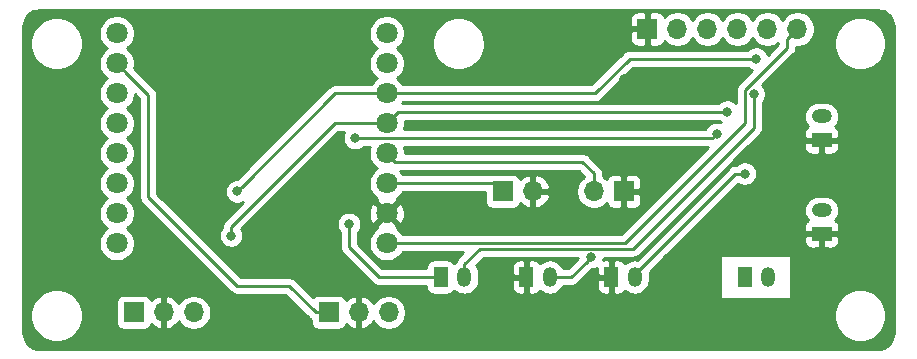
<source format=gbr>
G04 #@! TF.GenerationSoftware,KiCad,Pcbnew,(5.1.5)-3*
G04 #@! TF.CreationDate,2020-09-11T08:57:55+01:00*
G04 #@! TF.ProjectId,ESPControllerCircuit,45535043-6f6e-4747-926f-6c6c65724369,rev?*
G04 #@! TF.SameCoordinates,Original*
G04 #@! TF.FileFunction,Copper,L2,Bot*
G04 #@! TF.FilePolarity,Positive*
%FSLAX46Y46*%
G04 Gerber Fmt 4.6, Leading zero omitted, Abs format (unit mm)*
G04 Created by KiCad (PCBNEW (5.1.5)-3) date 2020-09-11 08:57:55*
%MOMM*%
%LPD*%
G04 APERTURE LIST*
%ADD10R,1.700000X1.700000*%
%ADD11O,1.700000X1.700000*%
%ADD12R,1.700000X1.200000*%
%ADD13O,1.700000X1.200000*%
%ADD14R,1.200000X1.700000*%
%ADD15O,1.200000X1.700000*%
%ADD16C,1.800000*%
%ADD17C,0.800000*%
%ADD18C,0.250000*%
%ADD19C,0.254000*%
G04 APERTURE END LIST*
D10*
X99000000Y-128250000D03*
D11*
X101540000Y-128250000D03*
X104080000Y-128250000D03*
D10*
X82500000Y-128250000D03*
D11*
X85040000Y-128250000D03*
X87580000Y-128250000D03*
D12*
X140750000Y-113650000D03*
D13*
X140750000Y-111650000D03*
D12*
X140750000Y-121600000D03*
D13*
X140750000Y-119600000D03*
D14*
X122950000Y-125250000D03*
D15*
X124950000Y-125250000D03*
D14*
X115750000Y-125250000D03*
D15*
X117750000Y-125250000D03*
D10*
X124000000Y-118000000D03*
D11*
X121460000Y-118000000D03*
D10*
X126000000Y-104250000D03*
D11*
X128540000Y-104250000D03*
X131080000Y-104250000D03*
X133620000Y-104250000D03*
X136160000Y-104250000D03*
X138700000Y-104250000D03*
D14*
X134250000Y-125250000D03*
D15*
X136250000Y-125250000D03*
D14*
X108500000Y-125250000D03*
D15*
X110500000Y-125250000D03*
D10*
X113750000Y-118000000D03*
D11*
X116290000Y-118000000D03*
D16*
X103930000Y-104610000D03*
X81070000Y-104610000D03*
X103930000Y-107150000D03*
X81070000Y-107150000D03*
X103930000Y-109690000D03*
X81070000Y-109690000D03*
X103930000Y-112230000D03*
X81070000Y-112230000D03*
X103930000Y-114770000D03*
X81070000Y-114770000D03*
X103930000Y-117310000D03*
X81070000Y-117310000D03*
X103930000Y-119850000D03*
X81070000Y-119850000D03*
X103930000Y-122390000D03*
X81070000Y-122390000D03*
D17*
X88000000Y-121000000D03*
X78500000Y-113500000D03*
X109250000Y-112500000D03*
X124000000Y-108500000D03*
X86250000Y-116500000D03*
X85750000Y-112250000D03*
X135000000Y-109750000D03*
X100750000Y-120750000D03*
X91250000Y-117999994D03*
X135210009Y-106765029D03*
X90749984Y-121750000D03*
X132750004Y-111250004D03*
X101250000Y-113500000D03*
X131875000Y-113125000D03*
X121249998Y-123565021D03*
X134250000Y-116500000D03*
D18*
X134274998Y-109401998D02*
X134274998Y-112225002D01*
X134274998Y-112225002D02*
X124110000Y-122390000D01*
X124110000Y-122390000D02*
X105202792Y-122390000D01*
X105202792Y-122390000D02*
X103930000Y-122390000D01*
X137850001Y-105826995D02*
X134274998Y-109401998D01*
X138700000Y-104250000D02*
X137850001Y-105099999D01*
X137850001Y-105099999D02*
X137850001Y-105826995D01*
X124796400Y-122840011D02*
X135000000Y-112636411D01*
X135000000Y-112636411D02*
X135000000Y-110315685D01*
X135000000Y-110315685D02*
X135000000Y-109750000D01*
X110500000Y-125250000D02*
X110500000Y-124150000D01*
X111809989Y-122840011D02*
X124796400Y-122840011D01*
X110500000Y-124150000D02*
X111809989Y-122840011D01*
X113060000Y-117310000D02*
X113750000Y-118000000D01*
X103930000Y-117310000D02*
X113060000Y-117310000D01*
X100750000Y-120750000D02*
X100750000Y-122750000D01*
X103250000Y-125250000D02*
X108500000Y-125250000D01*
X100750000Y-122750000D02*
X103250000Y-125250000D01*
X99559994Y-109690000D02*
X91649999Y-117599995D01*
X91649999Y-117599995D02*
X91250000Y-117999994D01*
X103930000Y-109690000D02*
X99559994Y-109690000D01*
X134644324Y-106765029D02*
X135210009Y-106765029D01*
X124484971Y-106765029D02*
X134644324Y-106765029D01*
X103930000Y-109690000D02*
X121560000Y-109690000D01*
X121560000Y-109690000D02*
X124484971Y-106765029D01*
X90749984Y-121000016D02*
X90749984Y-121750000D01*
X103930000Y-112230000D02*
X99520000Y-112230000D01*
X99520000Y-112230000D02*
X90749984Y-121000016D01*
X103930000Y-112230000D02*
X104909996Y-111250004D01*
X104909996Y-111250004D02*
X132184319Y-111250004D01*
X132184319Y-111250004D02*
X132750004Y-111250004D01*
X101250000Y-113500000D02*
X131500000Y-113500000D01*
X131500000Y-113500000D02*
X131875000Y-113125000D01*
X104660000Y-115500000D02*
X103930000Y-114770000D01*
X120500000Y-115500000D02*
X104660000Y-115500000D01*
X121460000Y-118000000D02*
X121460000Y-116460000D01*
X121460000Y-116460000D02*
X120500000Y-115500000D01*
X81969999Y-108049999D02*
X81070000Y-107150000D01*
X97900000Y-128250000D02*
X95650000Y-126000000D01*
X95650000Y-126000000D02*
X91250000Y-126000000D01*
X91250000Y-126000000D02*
X83750000Y-118500000D01*
X83750000Y-118500000D02*
X83750000Y-109830000D01*
X99000000Y-128250000D02*
X97900000Y-128250000D01*
X83750000Y-109830000D02*
X81969999Y-108049999D01*
X120849999Y-123965020D02*
X121249998Y-123565021D01*
X119565019Y-125250000D02*
X120849999Y-123965020D01*
X117750000Y-125250000D02*
X119565019Y-125250000D01*
X133684315Y-116500000D02*
X134250000Y-116500000D01*
X133450000Y-116500000D02*
X133684315Y-116500000D01*
X124950000Y-125250000D02*
X124950000Y-125000000D01*
X124950000Y-125000000D02*
X133450000Y-116500000D01*
D19*
G36*
X145759659Y-102688625D02*
G01*
X146009429Y-102764035D01*
X146239792Y-102886522D01*
X146441980Y-103051422D01*
X146608286Y-103252450D01*
X146732378Y-103481954D01*
X146809531Y-103731195D01*
X146840000Y-104021089D01*
X146840001Y-129967711D01*
X146811375Y-130259660D01*
X146735965Y-130509429D01*
X146613477Y-130739794D01*
X146448579Y-130941979D01*
X146247546Y-131108288D01*
X146018046Y-131232378D01*
X145768805Y-131309531D01*
X145478911Y-131340000D01*
X74532279Y-131340000D01*
X74240340Y-131311375D01*
X73990571Y-131235965D01*
X73760206Y-131113477D01*
X73558021Y-130948579D01*
X73391712Y-130747546D01*
X73267622Y-130518046D01*
X73190469Y-130268805D01*
X73160000Y-129978911D01*
X73160000Y-128279872D01*
X73765000Y-128279872D01*
X73765000Y-128720128D01*
X73850890Y-129151925D01*
X74019369Y-129558669D01*
X74263962Y-129924729D01*
X74575271Y-130236038D01*
X74941331Y-130480631D01*
X75348075Y-130649110D01*
X75779872Y-130735000D01*
X76220128Y-130735000D01*
X76651925Y-130649110D01*
X77058669Y-130480631D01*
X77424729Y-130236038D01*
X77736038Y-129924729D01*
X77980631Y-129558669D01*
X78149110Y-129151925D01*
X78235000Y-128720128D01*
X78235000Y-128279872D01*
X78149110Y-127848075D01*
X77980631Y-127441331D01*
X77953015Y-127400000D01*
X81011928Y-127400000D01*
X81011928Y-129100000D01*
X81024188Y-129224482D01*
X81060498Y-129344180D01*
X81119463Y-129454494D01*
X81198815Y-129551185D01*
X81295506Y-129630537D01*
X81405820Y-129689502D01*
X81525518Y-129725812D01*
X81650000Y-129738072D01*
X83350000Y-129738072D01*
X83474482Y-129725812D01*
X83594180Y-129689502D01*
X83704494Y-129630537D01*
X83801185Y-129551185D01*
X83880537Y-129454494D01*
X83939502Y-129344180D01*
X83963966Y-129263534D01*
X84039731Y-129347588D01*
X84273080Y-129521641D01*
X84535901Y-129646825D01*
X84683110Y-129691476D01*
X84913000Y-129570155D01*
X84913000Y-128377000D01*
X84893000Y-128377000D01*
X84893000Y-128123000D01*
X84913000Y-128123000D01*
X84913000Y-126929845D01*
X85167000Y-126929845D01*
X85167000Y-128123000D01*
X85187000Y-128123000D01*
X85187000Y-128377000D01*
X85167000Y-128377000D01*
X85167000Y-129570155D01*
X85396890Y-129691476D01*
X85544099Y-129646825D01*
X85806920Y-129521641D01*
X86040269Y-129347588D01*
X86235178Y-129131355D01*
X86304805Y-129014466D01*
X86426525Y-129196632D01*
X86633368Y-129403475D01*
X86876589Y-129565990D01*
X87146842Y-129677932D01*
X87433740Y-129735000D01*
X87726260Y-129735000D01*
X88013158Y-129677932D01*
X88283411Y-129565990D01*
X88526632Y-129403475D01*
X88733475Y-129196632D01*
X88895990Y-128953411D01*
X89007932Y-128683158D01*
X89065000Y-128396260D01*
X89065000Y-128103740D01*
X89007932Y-127816842D01*
X88895990Y-127546589D01*
X88733475Y-127303368D01*
X88526632Y-127096525D01*
X88283411Y-126934010D01*
X88013158Y-126822068D01*
X87726260Y-126765000D01*
X87433740Y-126765000D01*
X87146842Y-126822068D01*
X86876589Y-126934010D01*
X86633368Y-127096525D01*
X86426525Y-127303368D01*
X86304805Y-127485534D01*
X86235178Y-127368645D01*
X86040269Y-127152412D01*
X85806920Y-126978359D01*
X85544099Y-126853175D01*
X85396890Y-126808524D01*
X85167000Y-126929845D01*
X84913000Y-126929845D01*
X84683110Y-126808524D01*
X84535901Y-126853175D01*
X84273080Y-126978359D01*
X84039731Y-127152412D01*
X83963966Y-127236466D01*
X83939502Y-127155820D01*
X83880537Y-127045506D01*
X83801185Y-126948815D01*
X83704494Y-126869463D01*
X83594180Y-126810498D01*
X83474482Y-126774188D01*
X83350000Y-126761928D01*
X81650000Y-126761928D01*
X81525518Y-126774188D01*
X81405820Y-126810498D01*
X81295506Y-126869463D01*
X81198815Y-126948815D01*
X81119463Y-127045506D01*
X81060498Y-127155820D01*
X81024188Y-127275518D01*
X81011928Y-127400000D01*
X77953015Y-127400000D01*
X77736038Y-127075271D01*
X77424729Y-126763962D01*
X77058669Y-126519369D01*
X76651925Y-126350890D01*
X76220128Y-126265000D01*
X75779872Y-126265000D01*
X75348075Y-126350890D01*
X74941331Y-126519369D01*
X74575271Y-126763962D01*
X74263962Y-127075271D01*
X74019369Y-127441331D01*
X73850890Y-127848075D01*
X73765000Y-128279872D01*
X73160000Y-128279872D01*
X73160000Y-105279872D01*
X73765000Y-105279872D01*
X73765000Y-105720128D01*
X73850890Y-106151925D01*
X74019369Y-106558669D01*
X74263962Y-106924729D01*
X74575271Y-107236038D01*
X74941331Y-107480631D01*
X75348075Y-107649110D01*
X75779872Y-107735000D01*
X76220128Y-107735000D01*
X76651925Y-107649110D01*
X77058669Y-107480631D01*
X77424729Y-107236038D01*
X77736038Y-106924729D01*
X77980631Y-106558669D01*
X78149110Y-106151925D01*
X78235000Y-105720128D01*
X78235000Y-105279872D01*
X78149110Y-104848075D01*
X77987874Y-104458816D01*
X79535000Y-104458816D01*
X79535000Y-104761184D01*
X79593989Y-105057743D01*
X79709701Y-105337095D01*
X79877688Y-105588505D01*
X80091495Y-105802312D01*
X80207763Y-105880000D01*
X80091495Y-105957688D01*
X79877688Y-106171495D01*
X79709701Y-106422905D01*
X79593989Y-106702257D01*
X79535000Y-106998816D01*
X79535000Y-107301184D01*
X79593989Y-107597743D01*
X79709701Y-107877095D01*
X79877688Y-108128505D01*
X80091495Y-108342312D01*
X80207763Y-108420000D01*
X80091495Y-108497688D01*
X79877688Y-108711495D01*
X79709701Y-108962905D01*
X79593989Y-109242257D01*
X79535000Y-109538816D01*
X79535000Y-109841184D01*
X79593989Y-110137743D01*
X79709701Y-110417095D01*
X79877688Y-110668505D01*
X80091495Y-110882312D01*
X80207763Y-110960000D01*
X80091495Y-111037688D01*
X79877688Y-111251495D01*
X79709701Y-111502905D01*
X79593989Y-111782257D01*
X79535000Y-112078816D01*
X79535000Y-112381184D01*
X79593989Y-112677743D01*
X79709701Y-112957095D01*
X79877688Y-113208505D01*
X80091495Y-113422312D01*
X80207763Y-113500000D01*
X80091495Y-113577688D01*
X79877688Y-113791495D01*
X79709701Y-114042905D01*
X79593989Y-114322257D01*
X79535000Y-114618816D01*
X79535000Y-114921184D01*
X79593989Y-115217743D01*
X79709701Y-115497095D01*
X79877688Y-115748505D01*
X80091495Y-115962312D01*
X80207763Y-116040000D01*
X80091495Y-116117688D01*
X79877688Y-116331495D01*
X79709701Y-116582905D01*
X79593989Y-116862257D01*
X79535000Y-117158816D01*
X79535000Y-117461184D01*
X79593989Y-117757743D01*
X79709701Y-118037095D01*
X79877688Y-118288505D01*
X80091495Y-118502312D01*
X80207763Y-118580000D01*
X80091495Y-118657688D01*
X79877688Y-118871495D01*
X79709701Y-119122905D01*
X79593989Y-119402257D01*
X79535000Y-119698816D01*
X79535000Y-120001184D01*
X79593989Y-120297743D01*
X79709701Y-120577095D01*
X79877688Y-120828505D01*
X80091495Y-121042312D01*
X80207763Y-121120000D01*
X80091495Y-121197688D01*
X79877688Y-121411495D01*
X79709701Y-121662905D01*
X79593989Y-121942257D01*
X79535000Y-122238816D01*
X79535000Y-122541184D01*
X79593989Y-122837743D01*
X79709701Y-123117095D01*
X79877688Y-123368505D01*
X80091495Y-123582312D01*
X80342905Y-123750299D01*
X80622257Y-123866011D01*
X80918816Y-123925000D01*
X81221184Y-123925000D01*
X81517743Y-123866011D01*
X81797095Y-123750299D01*
X82048505Y-123582312D01*
X82262312Y-123368505D01*
X82430299Y-123117095D01*
X82546011Y-122837743D01*
X82605000Y-122541184D01*
X82605000Y-122238816D01*
X82546011Y-121942257D01*
X82430299Y-121662905D01*
X82262312Y-121411495D01*
X82048505Y-121197688D01*
X81932237Y-121120000D01*
X82048505Y-121042312D01*
X82262312Y-120828505D01*
X82430299Y-120577095D01*
X82546011Y-120297743D01*
X82605000Y-120001184D01*
X82605000Y-119698816D01*
X82546011Y-119402257D01*
X82430299Y-119122905D01*
X82262312Y-118871495D01*
X82048505Y-118657688D01*
X81932237Y-118580000D01*
X82048505Y-118502312D01*
X82262312Y-118288505D01*
X82430299Y-118037095D01*
X82546011Y-117757743D01*
X82605000Y-117461184D01*
X82605000Y-117158816D01*
X82546011Y-116862257D01*
X82430299Y-116582905D01*
X82262312Y-116331495D01*
X82048505Y-116117688D01*
X81932237Y-116040000D01*
X82048505Y-115962312D01*
X82262312Y-115748505D01*
X82430299Y-115497095D01*
X82546011Y-115217743D01*
X82605000Y-114921184D01*
X82605000Y-114618816D01*
X82546011Y-114322257D01*
X82430299Y-114042905D01*
X82262312Y-113791495D01*
X82048505Y-113577688D01*
X81932237Y-113500000D01*
X82048505Y-113422312D01*
X82262312Y-113208505D01*
X82430299Y-112957095D01*
X82546011Y-112677743D01*
X82605000Y-112381184D01*
X82605000Y-112078816D01*
X82546011Y-111782257D01*
X82430299Y-111502905D01*
X82262312Y-111251495D01*
X82048505Y-111037688D01*
X81932237Y-110960000D01*
X82048505Y-110882312D01*
X82262312Y-110668505D01*
X82430299Y-110417095D01*
X82546011Y-110137743D01*
X82605000Y-109841184D01*
X82605000Y-109759802D01*
X82990001Y-110144803D01*
X82990000Y-118462678D01*
X82986324Y-118500000D01*
X82990000Y-118537322D01*
X82990000Y-118537332D01*
X83000997Y-118648985D01*
X83031337Y-118749003D01*
X83044454Y-118792246D01*
X83115026Y-118924276D01*
X83148879Y-118965525D01*
X83209999Y-119040001D01*
X83239003Y-119063804D01*
X90686200Y-126511002D01*
X90709999Y-126540001D01*
X90825724Y-126634974D01*
X90957753Y-126705546D01*
X91101014Y-126749003D01*
X91212667Y-126760000D01*
X91212675Y-126760000D01*
X91250000Y-126763676D01*
X91287325Y-126760000D01*
X95335199Y-126760000D01*
X97336201Y-128761003D01*
X97359999Y-128790001D01*
X97388997Y-128813799D01*
X97475724Y-128884974D01*
X97511928Y-128904326D01*
X97511928Y-129100000D01*
X97524188Y-129224482D01*
X97560498Y-129344180D01*
X97619463Y-129454494D01*
X97698815Y-129551185D01*
X97795506Y-129630537D01*
X97905820Y-129689502D01*
X98025518Y-129725812D01*
X98150000Y-129738072D01*
X99850000Y-129738072D01*
X99974482Y-129725812D01*
X100094180Y-129689502D01*
X100204494Y-129630537D01*
X100301185Y-129551185D01*
X100380537Y-129454494D01*
X100439502Y-129344180D01*
X100463966Y-129263534D01*
X100539731Y-129347588D01*
X100773080Y-129521641D01*
X101035901Y-129646825D01*
X101183110Y-129691476D01*
X101413000Y-129570155D01*
X101413000Y-128377000D01*
X101393000Y-128377000D01*
X101393000Y-128123000D01*
X101413000Y-128123000D01*
X101413000Y-126929845D01*
X101667000Y-126929845D01*
X101667000Y-128123000D01*
X101687000Y-128123000D01*
X101687000Y-128377000D01*
X101667000Y-128377000D01*
X101667000Y-129570155D01*
X101896890Y-129691476D01*
X102044099Y-129646825D01*
X102306920Y-129521641D01*
X102540269Y-129347588D01*
X102735178Y-129131355D01*
X102804805Y-129014466D01*
X102926525Y-129196632D01*
X103133368Y-129403475D01*
X103376589Y-129565990D01*
X103646842Y-129677932D01*
X103933740Y-129735000D01*
X104226260Y-129735000D01*
X104513158Y-129677932D01*
X104783411Y-129565990D01*
X105026632Y-129403475D01*
X105233475Y-129196632D01*
X105395990Y-128953411D01*
X105507932Y-128683158D01*
X105565000Y-128396260D01*
X105565000Y-128279872D01*
X141765000Y-128279872D01*
X141765000Y-128720128D01*
X141850890Y-129151925D01*
X142019369Y-129558669D01*
X142263962Y-129924729D01*
X142575271Y-130236038D01*
X142941331Y-130480631D01*
X143348075Y-130649110D01*
X143779872Y-130735000D01*
X144220128Y-130735000D01*
X144651925Y-130649110D01*
X145058669Y-130480631D01*
X145424729Y-130236038D01*
X145736038Y-129924729D01*
X145980631Y-129558669D01*
X146149110Y-129151925D01*
X146235000Y-128720128D01*
X146235000Y-128279872D01*
X146149110Y-127848075D01*
X145980631Y-127441331D01*
X145736038Y-127075271D01*
X145424729Y-126763962D01*
X145058669Y-126519369D01*
X144651925Y-126350890D01*
X144220128Y-126265000D01*
X143779872Y-126265000D01*
X143348075Y-126350890D01*
X142941331Y-126519369D01*
X142575271Y-126763962D01*
X142263962Y-127075271D01*
X142019369Y-127441331D01*
X141850890Y-127848075D01*
X141765000Y-128279872D01*
X105565000Y-128279872D01*
X105565000Y-128103740D01*
X105507932Y-127816842D01*
X105395990Y-127546589D01*
X105233475Y-127303368D01*
X105026632Y-127096525D01*
X104783411Y-126934010D01*
X104513158Y-126822068D01*
X104226260Y-126765000D01*
X103933740Y-126765000D01*
X103646842Y-126822068D01*
X103376589Y-126934010D01*
X103133368Y-127096525D01*
X102926525Y-127303368D01*
X102804805Y-127485534D01*
X102735178Y-127368645D01*
X102540269Y-127152412D01*
X102306920Y-126978359D01*
X102044099Y-126853175D01*
X101896890Y-126808524D01*
X101667000Y-126929845D01*
X101413000Y-126929845D01*
X101183110Y-126808524D01*
X101035901Y-126853175D01*
X100773080Y-126978359D01*
X100539731Y-127152412D01*
X100463966Y-127236466D01*
X100439502Y-127155820D01*
X100380537Y-127045506D01*
X100301185Y-126948815D01*
X100204494Y-126869463D01*
X100094180Y-126810498D01*
X99974482Y-126774188D01*
X99850000Y-126761928D01*
X98150000Y-126761928D01*
X98025518Y-126774188D01*
X97905820Y-126810498D01*
X97795506Y-126869463D01*
X97698815Y-126948815D01*
X97687457Y-126962655D01*
X96213804Y-125489003D01*
X96190001Y-125459999D01*
X96074276Y-125365026D01*
X95942247Y-125294454D01*
X95798986Y-125250997D01*
X95687333Y-125240000D01*
X95687322Y-125240000D01*
X95650000Y-125236324D01*
X95612678Y-125240000D01*
X91564802Y-125240000D01*
X87972863Y-121648061D01*
X89714984Y-121648061D01*
X89714984Y-121851939D01*
X89754758Y-122051898D01*
X89832779Y-122240256D01*
X89946047Y-122409774D01*
X90090210Y-122553937D01*
X90259728Y-122667205D01*
X90448086Y-122745226D01*
X90648045Y-122785000D01*
X90851923Y-122785000D01*
X91051882Y-122745226D01*
X91240240Y-122667205D01*
X91409758Y-122553937D01*
X91553921Y-122409774D01*
X91667189Y-122240256D01*
X91745210Y-122051898D01*
X91784984Y-121851939D01*
X91784984Y-121648061D01*
X91745210Y-121448102D01*
X91667189Y-121259744D01*
X91626281Y-121198520D01*
X99834802Y-112990000D01*
X100345987Y-112990000D01*
X100332795Y-113009744D01*
X100254774Y-113198102D01*
X100215000Y-113398061D01*
X100215000Y-113601939D01*
X100254774Y-113801898D01*
X100332795Y-113990256D01*
X100446063Y-114159774D01*
X100590226Y-114303937D01*
X100759744Y-114417205D01*
X100948102Y-114495226D01*
X101148061Y-114535000D01*
X101351939Y-114535000D01*
X101551898Y-114495226D01*
X101740256Y-114417205D01*
X101909774Y-114303937D01*
X101953711Y-114260000D01*
X102479777Y-114260000D01*
X102453989Y-114322257D01*
X102395000Y-114618816D01*
X102395000Y-114921184D01*
X102453989Y-115217743D01*
X102569701Y-115497095D01*
X102737688Y-115748505D01*
X102951495Y-115962312D01*
X103067763Y-116040000D01*
X102951495Y-116117688D01*
X102737688Y-116331495D01*
X102569701Y-116582905D01*
X102453989Y-116862257D01*
X102395000Y-117158816D01*
X102395000Y-117461184D01*
X102453989Y-117757743D01*
X102569701Y-118037095D01*
X102737688Y-118288505D01*
X102951495Y-118502312D01*
X103105105Y-118604951D01*
X103045525Y-118785920D01*
X103930000Y-119670395D01*
X104814475Y-118785920D01*
X104754895Y-118604951D01*
X104908505Y-118502312D01*
X105122312Y-118288505D01*
X105268313Y-118070000D01*
X112261928Y-118070000D01*
X112261928Y-118850000D01*
X112274188Y-118974482D01*
X112310498Y-119094180D01*
X112369463Y-119204494D01*
X112448815Y-119301185D01*
X112545506Y-119380537D01*
X112655820Y-119439502D01*
X112775518Y-119475812D01*
X112900000Y-119488072D01*
X114600000Y-119488072D01*
X114724482Y-119475812D01*
X114844180Y-119439502D01*
X114954494Y-119380537D01*
X115051185Y-119301185D01*
X115130537Y-119204494D01*
X115189502Y-119094180D01*
X115213966Y-119013534D01*
X115289731Y-119097588D01*
X115523080Y-119271641D01*
X115785901Y-119396825D01*
X115933110Y-119441476D01*
X116163000Y-119320155D01*
X116163000Y-118127000D01*
X116417000Y-118127000D01*
X116417000Y-119320155D01*
X116646890Y-119441476D01*
X116794099Y-119396825D01*
X117056920Y-119271641D01*
X117290269Y-119097588D01*
X117485178Y-118881355D01*
X117634157Y-118631252D01*
X117731481Y-118356891D01*
X117610814Y-118127000D01*
X116417000Y-118127000D01*
X116163000Y-118127000D01*
X116143000Y-118127000D01*
X116143000Y-117873000D01*
X116163000Y-117873000D01*
X116163000Y-116679845D01*
X116417000Y-116679845D01*
X116417000Y-117873000D01*
X117610814Y-117873000D01*
X117731481Y-117643109D01*
X117634157Y-117368748D01*
X117485178Y-117118645D01*
X117290269Y-116902412D01*
X117056920Y-116728359D01*
X116794099Y-116603175D01*
X116646890Y-116558524D01*
X116417000Y-116679845D01*
X116163000Y-116679845D01*
X115933110Y-116558524D01*
X115785901Y-116603175D01*
X115523080Y-116728359D01*
X115289731Y-116902412D01*
X115213966Y-116986466D01*
X115189502Y-116905820D01*
X115130537Y-116795506D01*
X115051185Y-116698815D01*
X114954494Y-116619463D01*
X114844180Y-116560498D01*
X114724482Y-116524188D01*
X114600000Y-116511928D01*
X112900000Y-116511928D01*
X112775518Y-116524188D01*
X112690427Y-116550000D01*
X105268313Y-116550000D01*
X105122312Y-116331495D01*
X105050817Y-116260000D01*
X120185199Y-116260000D01*
X120668241Y-116743042D01*
X120513368Y-116846525D01*
X120306525Y-117053368D01*
X120144010Y-117296589D01*
X120032068Y-117566842D01*
X119975000Y-117853740D01*
X119975000Y-118146260D01*
X120032068Y-118433158D01*
X120144010Y-118703411D01*
X120306525Y-118946632D01*
X120513368Y-119153475D01*
X120756589Y-119315990D01*
X121026842Y-119427932D01*
X121313740Y-119485000D01*
X121606260Y-119485000D01*
X121893158Y-119427932D01*
X122163411Y-119315990D01*
X122406632Y-119153475D01*
X122538487Y-119021620D01*
X122560498Y-119094180D01*
X122619463Y-119204494D01*
X122698815Y-119301185D01*
X122795506Y-119380537D01*
X122905820Y-119439502D01*
X123025518Y-119475812D01*
X123150000Y-119488072D01*
X123714250Y-119485000D01*
X123873000Y-119326250D01*
X123873000Y-118127000D01*
X124127000Y-118127000D01*
X124127000Y-119326250D01*
X124285750Y-119485000D01*
X124850000Y-119488072D01*
X124974482Y-119475812D01*
X125094180Y-119439502D01*
X125204494Y-119380537D01*
X125301185Y-119301185D01*
X125380537Y-119204494D01*
X125439502Y-119094180D01*
X125475812Y-118974482D01*
X125488072Y-118850000D01*
X125485000Y-118285750D01*
X125326250Y-118127000D01*
X124127000Y-118127000D01*
X123873000Y-118127000D01*
X123853000Y-118127000D01*
X123853000Y-117873000D01*
X123873000Y-117873000D01*
X123873000Y-116673750D01*
X124127000Y-116673750D01*
X124127000Y-117873000D01*
X125326250Y-117873000D01*
X125485000Y-117714250D01*
X125488072Y-117150000D01*
X125475812Y-117025518D01*
X125439502Y-116905820D01*
X125380537Y-116795506D01*
X125301185Y-116698815D01*
X125204494Y-116619463D01*
X125094180Y-116560498D01*
X124974482Y-116524188D01*
X124850000Y-116511928D01*
X124285750Y-116515000D01*
X124127000Y-116673750D01*
X123873000Y-116673750D01*
X123714250Y-116515000D01*
X123150000Y-116511928D01*
X123025518Y-116524188D01*
X122905820Y-116560498D01*
X122795506Y-116619463D01*
X122698815Y-116698815D01*
X122619463Y-116795506D01*
X122560498Y-116905820D01*
X122538487Y-116978380D01*
X122406632Y-116846525D01*
X122220000Y-116721822D01*
X122220000Y-116497322D01*
X122223676Y-116459999D01*
X122220000Y-116422677D01*
X122220000Y-116422667D01*
X122209003Y-116311014D01*
X122165546Y-116167753D01*
X122145526Y-116130299D01*
X122094974Y-116035723D01*
X122023799Y-115948997D01*
X122000001Y-115919999D01*
X121971003Y-115896201D01*
X121063804Y-114989002D01*
X121040001Y-114959999D01*
X120924276Y-114865026D01*
X120792247Y-114794454D01*
X120648986Y-114750997D01*
X120537333Y-114740000D01*
X120537322Y-114740000D01*
X120500000Y-114736324D01*
X120462678Y-114740000D01*
X105465000Y-114740000D01*
X105465000Y-114618816D01*
X105406011Y-114322257D01*
X105380223Y-114260000D01*
X131165198Y-114260000D01*
X123795199Y-121630000D01*
X105268313Y-121630000D01*
X105122312Y-121411495D01*
X104908505Y-121197688D01*
X104754895Y-121095049D01*
X104814475Y-120914080D01*
X103930000Y-120029605D01*
X103045525Y-120914080D01*
X103105105Y-121095049D01*
X102951495Y-121197688D01*
X102737688Y-121411495D01*
X102569701Y-121662905D01*
X102453989Y-121942257D01*
X102395000Y-122238816D01*
X102395000Y-122541184D01*
X102453989Y-122837743D01*
X102569701Y-123117095D01*
X102737688Y-123368505D01*
X102951495Y-123582312D01*
X103202905Y-123750299D01*
X103482257Y-123866011D01*
X103778816Y-123925000D01*
X104081184Y-123925000D01*
X104377743Y-123866011D01*
X104657095Y-123750299D01*
X104908505Y-123582312D01*
X105122312Y-123368505D01*
X105268313Y-123150000D01*
X110425199Y-123150000D01*
X109988998Y-123586201D01*
X109960000Y-123609999D01*
X109936202Y-123638997D01*
X109936201Y-123638998D01*
X109865026Y-123725724D01*
X109794454Y-123857754D01*
X109774435Y-123923750D01*
X109750998Y-124001014D01*
X109749281Y-124018450D01*
X109656691Y-124094436D01*
X109630537Y-124045506D01*
X109551185Y-123948815D01*
X109454494Y-123869463D01*
X109344180Y-123810498D01*
X109224482Y-123774188D01*
X109100000Y-123761928D01*
X107900000Y-123761928D01*
X107775518Y-123774188D01*
X107655820Y-123810498D01*
X107545506Y-123869463D01*
X107448815Y-123948815D01*
X107369463Y-124045506D01*
X107310498Y-124155820D01*
X107274188Y-124275518D01*
X107261928Y-124400000D01*
X107261928Y-124490000D01*
X103564802Y-124490000D01*
X101510000Y-122435199D01*
X101510000Y-121453711D01*
X101553937Y-121409774D01*
X101667205Y-121240256D01*
X101745226Y-121051898D01*
X101785000Y-120851939D01*
X101785000Y-120648061D01*
X101745226Y-120448102D01*
X101667205Y-120259744D01*
X101553937Y-120090226D01*
X101409774Y-119946063D01*
X101365610Y-119916553D01*
X102389009Y-119916553D01*
X102431603Y-120215907D01*
X102531778Y-120501199D01*
X102611739Y-120650792D01*
X102865920Y-120734475D01*
X103750395Y-119850000D01*
X104109605Y-119850000D01*
X104994080Y-120734475D01*
X105248261Y-120650792D01*
X105379158Y-120378225D01*
X105454365Y-120085358D01*
X105470991Y-119783447D01*
X105428397Y-119484093D01*
X105328222Y-119198801D01*
X105248261Y-119049208D01*
X104994080Y-118965525D01*
X104109605Y-119850000D01*
X103750395Y-119850000D01*
X102865920Y-118965525D01*
X102611739Y-119049208D01*
X102480842Y-119321775D01*
X102405635Y-119614642D01*
X102389009Y-119916553D01*
X101365610Y-119916553D01*
X101240256Y-119832795D01*
X101051898Y-119754774D01*
X100851939Y-119715000D01*
X100648061Y-119715000D01*
X100448102Y-119754774D01*
X100259744Y-119832795D01*
X100090226Y-119946063D01*
X99946063Y-120090226D01*
X99832795Y-120259744D01*
X99754774Y-120448102D01*
X99715000Y-120648061D01*
X99715000Y-120851939D01*
X99754774Y-121051898D01*
X99832795Y-121240256D01*
X99946063Y-121409774D01*
X99990000Y-121453711D01*
X99990001Y-122712668D01*
X99986324Y-122750000D01*
X99990001Y-122787333D01*
X99997107Y-122859475D01*
X100000998Y-122898985D01*
X100044454Y-123042246D01*
X100115026Y-123174276D01*
X100184947Y-123259474D01*
X100210000Y-123290001D01*
X100238998Y-123313799D01*
X102686201Y-125761003D01*
X102709999Y-125790001D01*
X102738997Y-125813799D01*
X102825723Y-125884974D01*
X102957753Y-125955546D01*
X103101014Y-125999003D01*
X103212667Y-126010000D01*
X103212677Y-126010000D01*
X103250000Y-126013676D01*
X103287323Y-126010000D01*
X107261928Y-126010000D01*
X107261928Y-126100000D01*
X107274188Y-126224482D01*
X107310498Y-126344180D01*
X107369463Y-126454494D01*
X107448815Y-126551185D01*
X107545506Y-126630537D01*
X107655820Y-126689502D01*
X107775518Y-126725812D01*
X107900000Y-126738072D01*
X109100000Y-126738072D01*
X109224482Y-126725812D01*
X109344180Y-126689502D01*
X109454494Y-126630537D01*
X109551185Y-126551185D01*
X109630537Y-126454494D01*
X109656692Y-126405563D01*
X109810552Y-126531833D01*
X110025100Y-126646511D01*
X110257899Y-126717130D01*
X110500000Y-126740975D01*
X110742102Y-126717130D01*
X110974901Y-126646511D01*
X111189449Y-126531833D01*
X111377502Y-126377502D01*
X111531833Y-126189449D01*
X111579644Y-126100000D01*
X114511928Y-126100000D01*
X114524188Y-126224482D01*
X114560498Y-126344180D01*
X114619463Y-126454494D01*
X114698815Y-126551185D01*
X114795506Y-126630537D01*
X114905820Y-126689502D01*
X115025518Y-126725812D01*
X115150000Y-126738072D01*
X115464250Y-126735000D01*
X115623000Y-126576250D01*
X115623000Y-125377000D01*
X114673750Y-125377000D01*
X114515000Y-125535750D01*
X114511928Y-126100000D01*
X111579644Y-126100000D01*
X111646511Y-125974900D01*
X111717130Y-125742101D01*
X111735000Y-125560664D01*
X111735000Y-124939335D01*
X111717130Y-124757898D01*
X111646511Y-124525099D01*
X111579645Y-124400000D01*
X114511928Y-124400000D01*
X114515000Y-124964250D01*
X114673750Y-125123000D01*
X115623000Y-125123000D01*
X115623000Y-123923750D01*
X115464250Y-123765000D01*
X115150000Y-123761928D01*
X115025518Y-123774188D01*
X114905820Y-123810498D01*
X114795506Y-123869463D01*
X114698815Y-123948815D01*
X114619463Y-124045506D01*
X114560498Y-124155820D01*
X114524188Y-124275518D01*
X114511928Y-124400000D01*
X111579645Y-124400000D01*
X111531833Y-124310551D01*
X111478832Y-124245969D01*
X112124791Y-123600011D01*
X120140206Y-123600011D01*
X119250218Y-124490000D01*
X118877750Y-124490000D01*
X118781833Y-124310551D01*
X118627502Y-124122498D01*
X118439448Y-123968167D01*
X118224900Y-123853489D01*
X117992101Y-123782870D01*
X117750000Y-123759025D01*
X117507898Y-123782870D01*
X117275099Y-123853489D01*
X117060551Y-123968167D01*
X116906691Y-124094436D01*
X116880537Y-124045506D01*
X116801185Y-123948815D01*
X116704494Y-123869463D01*
X116594180Y-123810498D01*
X116474482Y-123774188D01*
X116350000Y-123761928D01*
X116035750Y-123765000D01*
X115877000Y-123923750D01*
X115877000Y-125123000D01*
X115897000Y-125123000D01*
X115897000Y-125377000D01*
X115877000Y-125377000D01*
X115877000Y-126576250D01*
X116035750Y-126735000D01*
X116350000Y-126738072D01*
X116474482Y-126725812D01*
X116594180Y-126689502D01*
X116704494Y-126630537D01*
X116801185Y-126551185D01*
X116880537Y-126454494D01*
X116906692Y-126405563D01*
X117060552Y-126531833D01*
X117275100Y-126646511D01*
X117507899Y-126717130D01*
X117750000Y-126740975D01*
X117992102Y-126717130D01*
X118224901Y-126646511D01*
X118439449Y-126531833D01*
X118627502Y-126377502D01*
X118781833Y-126189449D01*
X118829644Y-126100000D01*
X121711928Y-126100000D01*
X121724188Y-126224482D01*
X121760498Y-126344180D01*
X121819463Y-126454494D01*
X121898815Y-126551185D01*
X121995506Y-126630537D01*
X122105820Y-126689502D01*
X122225518Y-126725812D01*
X122350000Y-126738072D01*
X122664250Y-126735000D01*
X122823000Y-126576250D01*
X122823000Y-125377000D01*
X121873750Y-125377000D01*
X121715000Y-125535750D01*
X121711928Y-126100000D01*
X118829644Y-126100000D01*
X118877750Y-126010000D01*
X119527697Y-126010000D01*
X119565019Y-126013676D01*
X119602341Y-126010000D01*
X119602352Y-126010000D01*
X119714005Y-125999003D01*
X119857266Y-125955546D01*
X119989295Y-125884974D01*
X120105020Y-125790001D01*
X120128823Y-125760997D01*
X121289800Y-124600021D01*
X121351937Y-124600021D01*
X121551896Y-124560247D01*
X121712438Y-124493748D01*
X121715000Y-124964250D01*
X121873750Y-125123000D01*
X122823000Y-125123000D01*
X122823000Y-123923750D01*
X123077000Y-123923750D01*
X123077000Y-125123000D01*
X123097000Y-125123000D01*
X123097000Y-125377000D01*
X123077000Y-125377000D01*
X123077000Y-126576250D01*
X123235750Y-126735000D01*
X123550000Y-126738072D01*
X123674482Y-126725812D01*
X123794180Y-126689502D01*
X123904494Y-126630537D01*
X124001185Y-126551185D01*
X124080537Y-126454494D01*
X124106692Y-126405563D01*
X124260552Y-126531833D01*
X124475100Y-126646511D01*
X124707899Y-126717130D01*
X124950000Y-126740975D01*
X125192102Y-126717130D01*
X125424901Y-126646511D01*
X125639449Y-126531833D01*
X125827502Y-126377502D01*
X125981833Y-126189449D01*
X126096511Y-125974900D01*
X126167130Y-125742101D01*
X126185000Y-125560664D01*
X126185000Y-124939335D01*
X126176076Y-124848725D01*
X127524801Y-123500000D01*
X132123000Y-123500000D01*
X132123000Y-127000000D01*
X132125440Y-127024776D01*
X132132667Y-127048601D01*
X132144403Y-127070557D01*
X132160197Y-127089803D01*
X132179443Y-127105597D01*
X132201399Y-127117333D01*
X132225224Y-127124560D01*
X132250000Y-127127000D01*
X138000000Y-127127000D01*
X138024776Y-127124560D01*
X138048601Y-127117333D01*
X138070557Y-127105597D01*
X138089803Y-127089803D01*
X138105597Y-127070557D01*
X138117333Y-127048601D01*
X138124560Y-127024776D01*
X138127000Y-127000000D01*
X138127000Y-123500000D01*
X138124560Y-123475224D01*
X138117333Y-123451399D01*
X138105597Y-123429443D01*
X138089803Y-123410197D01*
X138070557Y-123394403D01*
X138048601Y-123382667D01*
X138024776Y-123375440D01*
X138000000Y-123373000D01*
X132250000Y-123373000D01*
X132225224Y-123375440D01*
X132201399Y-123382667D01*
X132179443Y-123394403D01*
X132160197Y-123410197D01*
X132144403Y-123429443D01*
X132132667Y-123451399D01*
X132125440Y-123475224D01*
X132123000Y-123500000D01*
X127524801Y-123500000D01*
X128824801Y-122200000D01*
X139261928Y-122200000D01*
X139274188Y-122324482D01*
X139310498Y-122444180D01*
X139369463Y-122554494D01*
X139448815Y-122651185D01*
X139545506Y-122730537D01*
X139655820Y-122789502D01*
X139775518Y-122825812D01*
X139900000Y-122838072D01*
X140464250Y-122835000D01*
X140623000Y-122676250D01*
X140623000Y-121727000D01*
X140877000Y-121727000D01*
X140877000Y-122676250D01*
X141035750Y-122835000D01*
X141600000Y-122838072D01*
X141724482Y-122825812D01*
X141844180Y-122789502D01*
X141954494Y-122730537D01*
X142051185Y-122651185D01*
X142130537Y-122554494D01*
X142189502Y-122444180D01*
X142225812Y-122324482D01*
X142238072Y-122200000D01*
X142235000Y-121885750D01*
X142076250Y-121727000D01*
X140877000Y-121727000D01*
X140623000Y-121727000D01*
X139423750Y-121727000D01*
X139265000Y-121885750D01*
X139261928Y-122200000D01*
X128824801Y-122200000D01*
X131424801Y-119600000D01*
X139259025Y-119600000D01*
X139282870Y-119842102D01*
X139353489Y-120074901D01*
X139468167Y-120289449D01*
X139594436Y-120443309D01*
X139545506Y-120469463D01*
X139448815Y-120548815D01*
X139369463Y-120645506D01*
X139310498Y-120755820D01*
X139274188Y-120875518D01*
X139261928Y-121000000D01*
X139265000Y-121314250D01*
X139423750Y-121473000D01*
X140623000Y-121473000D01*
X140623000Y-121453000D01*
X140877000Y-121453000D01*
X140877000Y-121473000D01*
X142076250Y-121473000D01*
X142235000Y-121314250D01*
X142238072Y-121000000D01*
X142225812Y-120875518D01*
X142189502Y-120755820D01*
X142130537Y-120645506D01*
X142051185Y-120548815D01*
X141954494Y-120469463D01*
X141905564Y-120443309D01*
X142031833Y-120289449D01*
X142146511Y-120074901D01*
X142217130Y-119842102D01*
X142240975Y-119600000D01*
X142217130Y-119357898D01*
X142146511Y-119125099D01*
X142031833Y-118910551D01*
X141877502Y-118722498D01*
X141689449Y-118568167D01*
X141474901Y-118453489D01*
X141242102Y-118382870D01*
X141060665Y-118365000D01*
X140439335Y-118365000D01*
X140257898Y-118382870D01*
X140025099Y-118453489D01*
X139810551Y-118568167D01*
X139622498Y-118722498D01*
X139468167Y-118910551D01*
X139353489Y-119125099D01*
X139282870Y-119357898D01*
X139259025Y-119600000D01*
X131424801Y-119600000D01*
X133668538Y-117356264D01*
X133759744Y-117417205D01*
X133948102Y-117495226D01*
X134148061Y-117535000D01*
X134351939Y-117535000D01*
X134551898Y-117495226D01*
X134740256Y-117417205D01*
X134909774Y-117303937D01*
X135053937Y-117159774D01*
X135167205Y-116990256D01*
X135245226Y-116801898D01*
X135285000Y-116601939D01*
X135285000Y-116398061D01*
X135245226Y-116198102D01*
X135167205Y-116009744D01*
X135053937Y-115840226D01*
X134909774Y-115696063D01*
X134740256Y-115582795D01*
X134551898Y-115504774D01*
X134351939Y-115465000D01*
X134148061Y-115465000D01*
X133948102Y-115504774D01*
X133759744Y-115582795D01*
X133590226Y-115696063D01*
X133546289Y-115740000D01*
X133487322Y-115740000D01*
X133449999Y-115736324D01*
X133412676Y-115740000D01*
X133412667Y-115740000D01*
X133301014Y-115750997D01*
X133157753Y-115794454D01*
X133025724Y-115865026D01*
X132909999Y-115959999D01*
X132886201Y-115988997D01*
X125101275Y-123773924D01*
X124950000Y-123759025D01*
X124707898Y-123782870D01*
X124475099Y-123853489D01*
X124260551Y-123968167D01*
X124106691Y-124094436D01*
X124080537Y-124045506D01*
X124001185Y-123948815D01*
X123904494Y-123869463D01*
X123794180Y-123810498D01*
X123674482Y-123774188D01*
X123550000Y-123761928D01*
X123235750Y-123765000D01*
X123077000Y-123923750D01*
X122823000Y-123923750D01*
X122664250Y-123765000D01*
X122350000Y-123761928D01*
X122264432Y-123770355D01*
X122284998Y-123666960D01*
X122284998Y-123600011D01*
X124759078Y-123600011D01*
X124796400Y-123603687D01*
X124833722Y-123600011D01*
X124833733Y-123600011D01*
X124945386Y-123589014D01*
X125088647Y-123545557D01*
X125220676Y-123474985D01*
X125336401Y-123380012D01*
X125360204Y-123351008D01*
X134461212Y-114250000D01*
X139261928Y-114250000D01*
X139274188Y-114374482D01*
X139310498Y-114494180D01*
X139369463Y-114604494D01*
X139448815Y-114701185D01*
X139545506Y-114780537D01*
X139655820Y-114839502D01*
X139775518Y-114875812D01*
X139900000Y-114888072D01*
X140464250Y-114885000D01*
X140623000Y-114726250D01*
X140623000Y-113777000D01*
X140877000Y-113777000D01*
X140877000Y-114726250D01*
X141035750Y-114885000D01*
X141600000Y-114888072D01*
X141724482Y-114875812D01*
X141844180Y-114839502D01*
X141954494Y-114780537D01*
X142051185Y-114701185D01*
X142130537Y-114604494D01*
X142189502Y-114494180D01*
X142225812Y-114374482D01*
X142238072Y-114250000D01*
X142235000Y-113935750D01*
X142076250Y-113777000D01*
X140877000Y-113777000D01*
X140623000Y-113777000D01*
X139423750Y-113777000D01*
X139265000Y-113935750D01*
X139261928Y-114250000D01*
X134461212Y-114250000D01*
X135511004Y-113200209D01*
X135540001Y-113176412D01*
X135634974Y-113060687D01*
X135705546Y-112928658D01*
X135749003Y-112785397D01*
X135760000Y-112673744D01*
X135760000Y-112673743D01*
X135763677Y-112636411D01*
X135760000Y-112599078D01*
X135760000Y-111650000D01*
X139259025Y-111650000D01*
X139282870Y-111892102D01*
X139353489Y-112124901D01*
X139468167Y-112339449D01*
X139594436Y-112493309D01*
X139545506Y-112519463D01*
X139448815Y-112598815D01*
X139369463Y-112695506D01*
X139310498Y-112805820D01*
X139274188Y-112925518D01*
X139261928Y-113050000D01*
X139265000Y-113364250D01*
X139423750Y-113523000D01*
X140623000Y-113523000D01*
X140623000Y-113503000D01*
X140877000Y-113503000D01*
X140877000Y-113523000D01*
X142076250Y-113523000D01*
X142235000Y-113364250D01*
X142238072Y-113050000D01*
X142225812Y-112925518D01*
X142189502Y-112805820D01*
X142130537Y-112695506D01*
X142051185Y-112598815D01*
X141954494Y-112519463D01*
X141905564Y-112493309D01*
X142031833Y-112339449D01*
X142146511Y-112124901D01*
X142217130Y-111892102D01*
X142240975Y-111650000D01*
X142217130Y-111407898D01*
X142146511Y-111175099D01*
X142031833Y-110960551D01*
X141877502Y-110772498D01*
X141689449Y-110618167D01*
X141474901Y-110503489D01*
X141242102Y-110432870D01*
X141060665Y-110415000D01*
X140439335Y-110415000D01*
X140257898Y-110432870D01*
X140025099Y-110503489D01*
X139810551Y-110618167D01*
X139622498Y-110772498D01*
X139468167Y-110960551D01*
X139353489Y-111175099D01*
X139282870Y-111407898D01*
X139259025Y-111650000D01*
X135760000Y-111650000D01*
X135760000Y-110453711D01*
X135803937Y-110409774D01*
X135917205Y-110240256D01*
X135995226Y-110051898D01*
X136035000Y-109851939D01*
X136035000Y-109648061D01*
X135995226Y-109448102D01*
X135917205Y-109259744D01*
X135803937Y-109090226D01*
X135732754Y-109019043D01*
X138361004Y-106390794D01*
X138390002Y-106366996D01*
X138484975Y-106251271D01*
X138555547Y-106119242D01*
X138599004Y-105975981D01*
X138610001Y-105864328D01*
X138610001Y-105864320D01*
X138613677Y-105826995D01*
X138610001Y-105789670D01*
X138610001Y-105735000D01*
X138846260Y-105735000D01*
X139133158Y-105677932D01*
X139403411Y-105565990D01*
X139646632Y-105403475D01*
X139770235Y-105279872D01*
X141765000Y-105279872D01*
X141765000Y-105720128D01*
X141850890Y-106151925D01*
X142019369Y-106558669D01*
X142263962Y-106924729D01*
X142575271Y-107236038D01*
X142941331Y-107480631D01*
X143348075Y-107649110D01*
X143779872Y-107735000D01*
X144220128Y-107735000D01*
X144651925Y-107649110D01*
X145058669Y-107480631D01*
X145424729Y-107236038D01*
X145736038Y-106924729D01*
X145980631Y-106558669D01*
X146149110Y-106151925D01*
X146235000Y-105720128D01*
X146235000Y-105279872D01*
X146149110Y-104848075D01*
X145980631Y-104441331D01*
X145736038Y-104075271D01*
X145424729Y-103763962D01*
X145058669Y-103519369D01*
X144651925Y-103350890D01*
X144220128Y-103265000D01*
X143779872Y-103265000D01*
X143348075Y-103350890D01*
X142941331Y-103519369D01*
X142575271Y-103763962D01*
X142263962Y-104075271D01*
X142019369Y-104441331D01*
X141850890Y-104848075D01*
X141765000Y-105279872D01*
X139770235Y-105279872D01*
X139853475Y-105196632D01*
X140015990Y-104953411D01*
X140127932Y-104683158D01*
X140185000Y-104396260D01*
X140185000Y-104103740D01*
X140127932Y-103816842D01*
X140015990Y-103546589D01*
X139853475Y-103303368D01*
X139646632Y-103096525D01*
X139403411Y-102934010D01*
X139133158Y-102822068D01*
X138846260Y-102765000D01*
X138553740Y-102765000D01*
X138266842Y-102822068D01*
X137996589Y-102934010D01*
X137753368Y-103096525D01*
X137546525Y-103303368D01*
X137430000Y-103477760D01*
X137313475Y-103303368D01*
X137106632Y-103096525D01*
X136863411Y-102934010D01*
X136593158Y-102822068D01*
X136306260Y-102765000D01*
X136013740Y-102765000D01*
X135726842Y-102822068D01*
X135456589Y-102934010D01*
X135213368Y-103096525D01*
X135006525Y-103303368D01*
X134890000Y-103477760D01*
X134773475Y-103303368D01*
X134566632Y-103096525D01*
X134323411Y-102934010D01*
X134053158Y-102822068D01*
X133766260Y-102765000D01*
X133473740Y-102765000D01*
X133186842Y-102822068D01*
X132916589Y-102934010D01*
X132673368Y-103096525D01*
X132466525Y-103303368D01*
X132350000Y-103477760D01*
X132233475Y-103303368D01*
X132026632Y-103096525D01*
X131783411Y-102934010D01*
X131513158Y-102822068D01*
X131226260Y-102765000D01*
X130933740Y-102765000D01*
X130646842Y-102822068D01*
X130376589Y-102934010D01*
X130133368Y-103096525D01*
X129926525Y-103303368D01*
X129810000Y-103477760D01*
X129693475Y-103303368D01*
X129486632Y-103096525D01*
X129243411Y-102934010D01*
X128973158Y-102822068D01*
X128686260Y-102765000D01*
X128393740Y-102765000D01*
X128106842Y-102822068D01*
X127836589Y-102934010D01*
X127593368Y-103096525D01*
X127461513Y-103228380D01*
X127439502Y-103155820D01*
X127380537Y-103045506D01*
X127301185Y-102948815D01*
X127204494Y-102869463D01*
X127094180Y-102810498D01*
X126974482Y-102774188D01*
X126850000Y-102761928D01*
X126285750Y-102765000D01*
X126127000Y-102923750D01*
X126127000Y-104123000D01*
X126147000Y-104123000D01*
X126147000Y-104377000D01*
X126127000Y-104377000D01*
X126127000Y-105576250D01*
X126285750Y-105735000D01*
X126850000Y-105738072D01*
X126974482Y-105725812D01*
X127094180Y-105689502D01*
X127204494Y-105630537D01*
X127301185Y-105551185D01*
X127380537Y-105454494D01*
X127439502Y-105344180D01*
X127461513Y-105271620D01*
X127593368Y-105403475D01*
X127836589Y-105565990D01*
X128106842Y-105677932D01*
X128393740Y-105735000D01*
X128686260Y-105735000D01*
X128973158Y-105677932D01*
X129243411Y-105565990D01*
X129486632Y-105403475D01*
X129693475Y-105196632D01*
X129810000Y-105022240D01*
X129926525Y-105196632D01*
X130133368Y-105403475D01*
X130376589Y-105565990D01*
X130646842Y-105677932D01*
X130933740Y-105735000D01*
X131226260Y-105735000D01*
X131513158Y-105677932D01*
X131783411Y-105565990D01*
X132026632Y-105403475D01*
X132233475Y-105196632D01*
X132350000Y-105022240D01*
X132466525Y-105196632D01*
X132673368Y-105403475D01*
X132916589Y-105565990D01*
X133186842Y-105677932D01*
X133473740Y-105735000D01*
X133766260Y-105735000D01*
X134053158Y-105677932D01*
X134323411Y-105565990D01*
X134566632Y-105403475D01*
X134773475Y-105196632D01*
X134890000Y-105022240D01*
X135006525Y-105196632D01*
X135213368Y-105403475D01*
X135456589Y-105565990D01*
X135726842Y-105677932D01*
X136013740Y-105735000D01*
X136306260Y-105735000D01*
X136593158Y-105677932D01*
X136863411Y-105565990D01*
X137090001Y-105414587D01*
X137090001Y-105512193D01*
X136185854Y-106416341D01*
X136127214Y-106274773D01*
X136013946Y-106105255D01*
X135869783Y-105961092D01*
X135700265Y-105847824D01*
X135511907Y-105769803D01*
X135311948Y-105730029D01*
X135108070Y-105730029D01*
X134908111Y-105769803D01*
X134719753Y-105847824D01*
X134550235Y-105961092D01*
X134506298Y-106005029D01*
X124522296Y-106005029D01*
X124484971Y-106001353D01*
X124447646Y-106005029D01*
X124447638Y-106005029D01*
X124335985Y-106016026D01*
X124192724Y-106059483D01*
X124060695Y-106130055D01*
X123944970Y-106225028D01*
X123921172Y-106254026D01*
X121245199Y-108930000D01*
X105268313Y-108930000D01*
X105122312Y-108711495D01*
X104908505Y-108497688D01*
X104792237Y-108420000D01*
X104908505Y-108342312D01*
X105122312Y-108128505D01*
X105290299Y-107877095D01*
X105406011Y-107597743D01*
X105465000Y-107301184D01*
X105465000Y-106998816D01*
X105406011Y-106702257D01*
X105290299Y-106422905D01*
X105122312Y-106171495D01*
X104908505Y-105957688D01*
X104792237Y-105880000D01*
X104908505Y-105802312D01*
X105122312Y-105588505D01*
X105290299Y-105337095D01*
X105314001Y-105279872D01*
X107765000Y-105279872D01*
X107765000Y-105720128D01*
X107850890Y-106151925D01*
X108019369Y-106558669D01*
X108263962Y-106924729D01*
X108575271Y-107236038D01*
X108941331Y-107480631D01*
X109348075Y-107649110D01*
X109779872Y-107735000D01*
X110220128Y-107735000D01*
X110651925Y-107649110D01*
X111058669Y-107480631D01*
X111424729Y-107236038D01*
X111736038Y-106924729D01*
X111980631Y-106558669D01*
X112149110Y-106151925D01*
X112235000Y-105720128D01*
X112235000Y-105279872D01*
X112199222Y-105100000D01*
X124511928Y-105100000D01*
X124524188Y-105224482D01*
X124560498Y-105344180D01*
X124619463Y-105454494D01*
X124698815Y-105551185D01*
X124795506Y-105630537D01*
X124905820Y-105689502D01*
X125025518Y-105725812D01*
X125150000Y-105738072D01*
X125714250Y-105735000D01*
X125873000Y-105576250D01*
X125873000Y-104377000D01*
X124673750Y-104377000D01*
X124515000Y-104535750D01*
X124511928Y-105100000D01*
X112199222Y-105100000D01*
X112149110Y-104848075D01*
X111980631Y-104441331D01*
X111736038Y-104075271D01*
X111424729Y-103763962D01*
X111058669Y-103519369D01*
X110770487Y-103400000D01*
X124511928Y-103400000D01*
X124515000Y-103964250D01*
X124673750Y-104123000D01*
X125873000Y-104123000D01*
X125873000Y-102923750D01*
X125714250Y-102765000D01*
X125150000Y-102761928D01*
X125025518Y-102774188D01*
X124905820Y-102810498D01*
X124795506Y-102869463D01*
X124698815Y-102948815D01*
X124619463Y-103045506D01*
X124560498Y-103155820D01*
X124524188Y-103275518D01*
X124511928Y-103400000D01*
X110770487Y-103400000D01*
X110651925Y-103350890D01*
X110220128Y-103265000D01*
X109779872Y-103265000D01*
X109348075Y-103350890D01*
X108941331Y-103519369D01*
X108575271Y-103763962D01*
X108263962Y-104075271D01*
X108019369Y-104441331D01*
X107850890Y-104848075D01*
X107765000Y-105279872D01*
X105314001Y-105279872D01*
X105406011Y-105057743D01*
X105465000Y-104761184D01*
X105465000Y-104458816D01*
X105406011Y-104162257D01*
X105290299Y-103882905D01*
X105122312Y-103631495D01*
X104908505Y-103417688D01*
X104657095Y-103249701D01*
X104377743Y-103133989D01*
X104081184Y-103075000D01*
X103778816Y-103075000D01*
X103482257Y-103133989D01*
X103202905Y-103249701D01*
X102951495Y-103417688D01*
X102737688Y-103631495D01*
X102569701Y-103882905D01*
X102453989Y-104162257D01*
X102395000Y-104458816D01*
X102395000Y-104761184D01*
X102453989Y-105057743D01*
X102569701Y-105337095D01*
X102737688Y-105588505D01*
X102951495Y-105802312D01*
X103067763Y-105880000D01*
X102951495Y-105957688D01*
X102737688Y-106171495D01*
X102569701Y-106422905D01*
X102453989Y-106702257D01*
X102395000Y-106998816D01*
X102395000Y-107301184D01*
X102453989Y-107597743D01*
X102569701Y-107877095D01*
X102737688Y-108128505D01*
X102951495Y-108342312D01*
X103067763Y-108420000D01*
X102951495Y-108497688D01*
X102737688Y-108711495D01*
X102591687Y-108930000D01*
X99597316Y-108930000D01*
X99559993Y-108926324D01*
X99522670Y-108930000D01*
X99522661Y-108930000D01*
X99411008Y-108940997D01*
X99267747Y-108984454D01*
X99135718Y-109055026D01*
X99019993Y-109149999D01*
X98996195Y-109178997D01*
X91210199Y-116964994D01*
X91148061Y-116964994D01*
X90948102Y-117004768D01*
X90759744Y-117082789D01*
X90590226Y-117196057D01*
X90446063Y-117340220D01*
X90332795Y-117509738D01*
X90254774Y-117698096D01*
X90215000Y-117898055D01*
X90215000Y-118101933D01*
X90254774Y-118301892D01*
X90332795Y-118490250D01*
X90446063Y-118659768D01*
X90590226Y-118803931D01*
X90759744Y-118917199D01*
X90948102Y-118995220D01*
X91148061Y-119034994D01*
X91351939Y-119034994D01*
X91551898Y-118995220D01*
X91740256Y-118917199D01*
X91793730Y-118881469D01*
X90238987Y-120436212D01*
X90209983Y-120460015D01*
X90157678Y-120523750D01*
X90115010Y-120575740D01*
X90074894Y-120650792D01*
X90044438Y-120707770D01*
X90000981Y-120851031D01*
X89989984Y-120962684D01*
X89989984Y-120962694D01*
X89986308Y-121000016D01*
X89989984Y-121037338D01*
X89989984Y-121046289D01*
X89946047Y-121090226D01*
X89832779Y-121259744D01*
X89754758Y-121448102D01*
X89714984Y-121648061D01*
X87972863Y-121648061D01*
X84510000Y-118185199D01*
X84510000Y-109867333D01*
X84513677Y-109830000D01*
X84499003Y-109681014D01*
X84455546Y-109537753D01*
X84384974Y-109405724D01*
X84313799Y-109318997D01*
X84290001Y-109289999D01*
X84261003Y-109266201D01*
X82553731Y-107558930D01*
X82605000Y-107301184D01*
X82605000Y-106998816D01*
X82546011Y-106702257D01*
X82430299Y-106422905D01*
X82262312Y-106171495D01*
X82048505Y-105957688D01*
X81932237Y-105880000D01*
X82048505Y-105802312D01*
X82262312Y-105588505D01*
X82430299Y-105337095D01*
X82546011Y-105057743D01*
X82605000Y-104761184D01*
X82605000Y-104458816D01*
X82546011Y-104162257D01*
X82430299Y-103882905D01*
X82262312Y-103631495D01*
X82048505Y-103417688D01*
X81797095Y-103249701D01*
X81517743Y-103133989D01*
X81221184Y-103075000D01*
X80918816Y-103075000D01*
X80622257Y-103133989D01*
X80342905Y-103249701D01*
X80091495Y-103417688D01*
X79877688Y-103631495D01*
X79709701Y-103882905D01*
X79593989Y-104162257D01*
X79535000Y-104458816D01*
X77987874Y-104458816D01*
X77980631Y-104441331D01*
X77736038Y-104075271D01*
X77424729Y-103763962D01*
X77058669Y-103519369D01*
X76651925Y-103350890D01*
X76220128Y-103265000D01*
X75779872Y-103265000D01*
X75348075Y-103350890D01*
X74941331Y-103519369D01*
X74575271Y-103763962D01*
X74263962Y-104075271D01*
X74019369Y-104441331D01*
X73850890Y-104848075D01*
X73765000Y-105279872D01*
X73160000Y-105279872D01*
X73160000Y-104032279D01*
X73188625Y-103740341D01*
X73264035Y-103490571D01*
X73386522Y-103260208D01*
X73551422Y-103058020D01*
X73752450Y-102891714D01*
X73981954Y-102767622D01*
X74231195Y-102690469D01*
X74521088Y-102660000D01*
X145467721Y-102660000D01*
X145759659Y-102688625D01*
G37*
X145759659Y-102688625D02*
X146009429Y-102764035D01*
X146239792Y-102886522D01*
X146441980Y-103051422D01*
X146608286Y-103252450D01*
X146732378Y-103481954D01*
X146809531Y-103731195D01*
X146840000Y-104021089D01*
X146840001Y-129967711D01*
X146811375Y-130259660D01*
X146735965Y-130509429D01*
X146613477Y-130739794D01*
X146448579Y-130941979D01*
X146247546Y-131108288D01*
X146018046Y-131232378D01*
X145768805Y-131309531D01*
X145478911Y-131340000D01*
X74532279Y-131340000D01*
X74240340Y-131311375D01*
X73990571Y-131235965D01*
X73760206Y-131113477D01*
X73558021Y-130948579D01*
X73391712Y-130747546D01*
X73267622Y-130518046D01*
X73190469Y-130268805D01*
X73160000Y-129978911D01*
X73160000Y-128279872D01*
X73765000Y-128279872D01*
X73765000Y-128720128D01*
X73850890Y-129151925D01*
X74019369Y-129558669D01*
X74263962Y-129924729D01*
X74575271Y-130236038D01*
X74941331Y-130480631D01*
X75348075Y-130649110D01*
X75779872Y-130735000D01*
X76220128Y-130735000D01*
X76651925Y-130649110D01*
X77058669Y-130480631D01*
X77424729Y-130236038D01*
X77736038Y-129924729D01*
X77980631Y-129558669D01*
X78149110Y-129151925D01*
X78235000Y-128720128D01*
X78235000Y-128279872D01*
X78149110Y-127848075D01*
X77980631Y-127441331D01*
X77953015Y-127400000D01*
X81011928Y-127400000D01*
X81011928Y-129100000D01*
X81024188Y-129224482D01*
X81060498Y-129344180D01*
X81119463Y-129454494D01*
X81198815Y-129551185D01*
X81295506Y-129630537D01*
X81405820Y-129689502D01*
X81525518Y-129725812D01*
X81650000Y-129738072D01*
X83350000Y-129738072D01*
X83474482Y-129725812D01*
X83594180Y-129689502D01*
X83704494Y-129630537D01*
X83801185Y-129551185D01*
X83880537Y-129454494D01*
X83939502Y-129344180D01*
X83963966Y-129263534D01*
X84039731Y-129347588D01*
X84273080Y-129521641D01*
X84535901Y-129646825D01*
X84683110Y-129691476D01*
X84913000Y-129570155D01*
X84913000Y-128377000D01*
X84893000Y-128377000D01*
X84893000Y-128123000D01*
X84913000Y-128123000D01*
X84913000Y-126929845D01*
X85167000Y-126929845D01*
X85167000Y-128123000D01*
X85187000Y-128123000D01*
X85187000Y-128377000D01*
X85167000Y-128377000D01*
X85167000Y-129570155D01*
X85396890Y-129691476D01*
X85544099Y-129646825D01*
X85806920Y-129521641D01*
X86040269Y-129347588D01*
X86235178Y-129131355D01*
X86304805Y-129014466D01*
X86426525Y-129196632D01*
X86633368Y-129403475D01*
X86876589Y-129565990D01*
X87146842Y-129677932D01*
X87433740Y-129735000D01*
X87726260Y-129735000D01*
X88013158Y-129677932D01*
X88283411Y-129565990D01*
X88526632Y-129403475D01*
X88733475Y-129196632D01*
X88895990Y-128953411D01*
X89007932Y-128683158D01*
X89065000Y-128396260D01*
X89065000Y-128103740D01*
X89007932Y-127816842D01*
X88895990Y-127546589D01*
X88733475Y-127303368D01*
X88526632Y-127096525D01*
X88283411Y-126934010D01*
X88013158Y-126822068D01*
X87726260Y-126765000D01*
X87433740Y-126765000D01*
X87146842Y-126822068D01*
X86876589Y-126934010D01*
X86633368Y-127096525D01*
X86426525Y-127303368D01*
X86304805Y-127485534D01*
X86235178Y-127368645D01*
X86040269Y-127152412D01*
X85806920Y-126978359D01*
X85544099Y-126853175D01*
X85396890Y-126808524D01*
X85167000Y-126929845D01*
X84913000Y-126929845D01*
X84683110Y-126808524D01*
X84535901Y-126853175D01*
X84273080Y-126978359D01*
X84039731Y-127152412D01*
X83963966Y-127236466D01*
X83939502Y-127155820D01*
X83880537Y-127045506D01*
X83801185Y-126948815D01*
X83704494Y-126869463D01*
X83594180Y-126810498D01*
X83474482Y-126774188D01*
X83350000Y-126761928D01*
X81650000Y-126761928D01*
X81525518Y-126774188D01*
X81405820Y-126810498D01*
X81295506Y-126869463D01*
X81198815Y-126948815D01*
X81119463Y-127045506D01*
X81060498Y-127155820D01*
X81024188Y-127275518D01*
X81011928Y-127400000D01*
X77953015Y-127400000D01*
X77736038Y-127075271D01*
X77424729Y-126763962D01*
X77058669Y-126519369D01*
X76651925Y-126350890D01*
X76220128Y-126265000D01*
X75779872Y-126265000D01*
X75348075Y-126350890D01*
X74941331Y-126519369D01*
X74575271Y-126763962D01*
X74263962Y-127075271D01*
X74019369Y-127441331D01*
X73850890Y-127848075D01*
X73765000Y-128279872D01*
X73160000Y-128279872D01*
X73160000Y-105279872D01*
X73765000Y-105279872D01*
X73765000Y-105720128D01*
X73850890Y-106151925D01*
X74019369Y-106558669D01*
X74263962Y-106924729D01*
X74575271Y-107236038D01*
X74941331Y-107480631D01*
X75348075Y-107649110D01*
X75779872Y-107735000D01*
X76220128Y-107735000D01*
X76651925Y-107649110D01*
X77058669Y-107480631D01*
X77424729Y-107236038D01*
X77736038Y-106924729D01*
X77980631Y-106558669D01*
X78149110Y-106151925D01*
X78235000Y-105720128D01*
X78235000Y-105279872D01*
X78149110Y-104848075D01*
X77987874Y-104458816D01*
X79535000Y-104458816D01*
X79535000Y-104761184D01*
X79593989Y-105057743D01*
X79709701Y-105337095D01*
X79877688Y-105588505D01*
X80091495Y-105802312D01*
X80207763Y-105880000D01*
X80091495Y-105957688D01*
X79877688Y-106171495D01*
X79709701Y-106422905D01*
X79593989Y-106702257D01*
X79535000Y-106998816D01*
X79535000Y-107301184D01*
X79593989Y-107597743D01*
X79709701Y-107877095D01*
X79877688Y-108128505D01*
X80091495Y-108342312D01*
X80207763Y-108420000D01*
X80091495Y-108497688D01*
X79877688Y-108711495D01*
X79709701Y-108962905D01*
X79593989Y-109242257D01*
X79535000Y-109538816D01*
X79535000Y-109841184D01*
X79593989Y-110137743D01*
X79709701Y-110417095D01*
X79877688Y-110668505D01*
X80091495Y-110882312D01*
X80207763Y-110960000D01*
X80091495Y-111037688D01*
X79877688Y-111251495D01*
X79709701Y-111502905D01*
X79593989Y-111782257D01*
X79535000Y-112078816D01*
X79535000Y-112381184D01*
X79593989Y-112677743D01*
X79709701Y-112957095D01*
X79877688Y-113208505D01*
X80091495Y-113422312D01*
X80207763Y-113500000D01*
X80091495Y-113577688D01*
X79877688Y-113791495D01*
X79709701Y-114042905D01*
X79593989Y-114322257D01*
X79535000Y-114618816D01*
X79535000Y-114921184D01*
X79593989Y-115217743D01*
X79709701Y-115497095D01*
X79877688Y-115748505D01*
X80091495Y-115962312D01*
X80207763Y-116040000D01*
X80091495Y-116117688D01*
X79877688Y-116331495D01*
X79709701Y-116582905D01*
X79593989Y-116862257D01*
X79535000Y-117158816D01*
X79535000Y-117461184D01*
X79593989Y-117757743D01*
X79709701Y-118037095D01*
X79877688Y-118288505D01*
X80091495Y-118502312D01*
X80207763Y-118580000D01*
X80091495Y-118657688D01*
X79877688Y-118871495D01*
X79709701Y-119122905D01*
X79593989Y-119402257D01*
X79535000Y-119698816D01*
X79535000Y-120001184D01*
X79593989Y-120297743D01*
X79709701Y-120577095D01*
X79877688Y-120828505D01*
X80091495Y-121042312D01*
X80207763Y-121120000D01*
X80091495Y-121197688D01*
X79877688Y-121411495D01*
X79709701Y-121662905D01*
X79593989Y-121942257D01*
X79535000Y-122238816D01*
X79535000Y-122541184D01*
X79593989Y-122837743D01*
X79709701Y-123117095D01*
X79877688Y-123368505D01*
X80091495Y-123582312D01*
X80342905Y-123750299D01*
X80622257Y-123866011D01*
X80918816Y-123925000D01*
X81221184Y-123925000D01*
X81517743Y-123866011D01*
X81797095Y-123750299D01*
X82048505Y-123582312D01*
X82262312Y-123368505D01*
X82430299Y-123117095D01*
X82546011Y-122837743D01*
X82605000Y-122541184D01*
X82605000Y-122238816D01*
X82546011Y-121942257D01*
X82430299Y-121662905D01*
X82262312Y-121411495D01*
X82048505Y-121197688D01*
X81932237Y-121120000D01*
X82048505Y-121042312D01*
X82262312Y-120828505D01*
X82430299Y-120577095D01*
X82546011Y-120297743D01*
X82605000Y-120001184D01*
X82605000Y-119698816D01*
X82546011Y-119402257D01*
X82430299Y-119122905D01*
X82262312Y-118871495D01*
X82048505Y-118657688D01*
X81932237Y-118580000D01*
X82048505Y-118502312D01*
X82262312Y-118288505D01*
X82430299Y-118037095D01*
X82546011Y-117757743D01*
X82605000Y-117461184D01*
X82605000Y-117158816D01*
X82546011Y-116862257D01*
X82430299Y-116582905D01*
X82262312Y-116331495D01*
X82048505Y-116117688D01*
X81932237Y-116040000D01*
X82048505Y-115962312D01*
X82262312Y-115748505D01*
X82430299Y-115497095D01*
X82546011Y-115217743D01*
X82605000Y-114921184D01*
X82605000Y-114618816D01*
X82546011Y-114322257D01*
X82430299Y-114042905D01*
X82262312Y-113791495D01*
X82048505Y-113577688D01*
X81932237Y-113500000D01*
X82048505Y-113422312D01*
X82262312Y-113208505D01*
X82430299Y-112957095D01*
X82546011Y-112677743D01*
X82605000Y-112381184D01*
X82605000Y-112078816D01*
X82546011Y-111782257D01*
X82430299Y-111502905D01*
X82262312Y-111251495D01*
X82048505Y-111037688D01*
X81932237Y-110960000D01*
X82048505Y-110882312D01*
X82262312Y-110668505D01*
X82430299Y-110417095D01*
X82546011Y-110137743D01*
X82605000Y-109841184D01*
X82605000Y-109759802D01*
X82990001Y-110144803D01*
X82990000Y-118462678D01*
X82986324Y-118500000D01*
X82990000Y-118537322D01*
X82990000Y-118537332D01*
X83000997Y-118648985D01*
X83031337Y-118749003D01*
X83044454Y-118792246D01*
X83115026Y-118924276D01*
X83148879Y-118965525D01*
X83209999Y-119040001D01*
X83239003Y-119063804D01*
X90686200Y-126511002D01*
X90709999Y-126540001D01*
X90825724Y-126634974D01*
X90957753Y-126705546D01*
X91101014Y-126749003D01*
X91212667Y-126760000D01*
X91212675Y-126760000D01*
X91250000Y-126763676D01*
X91287325Y-126760000D01*
X95335199Y-126760000D01*
X97336201Y-128761003D01*
X97359999Y-128790001D01*
X97388997Y-128813799D01*
X97475724Y-128884974D01*
X97511928Y-128904326D01*
X97511928Y-129100000D01*
X97524188Y-129224482D01*
X97560498Y-129344180D01*
X97619463Y-129454494D01*
X97698815Y-129551185D01*
X97795506Y-129630537D01*
X97905820Y-129689502D01*
X98025518Y-129725812D01*
X98150000Y-129738072D01*
X99850000Y-129738072D01*
X99974482Y-129725812D01*
X100094180Y-129689502D01*
X100204494Y-129630537D01*
X100301185Y-129551185D01*
X100380537Y-129454494D01*
X100439502Y-129344180D01*
X100463966Y-129263534D01*
X100539731Y-129347588D01*
X100773080Y-129521641D01*
X101035901Y-129646825D01*
X101183110Y-129691476D01*
X101413000Y-129570155D01*
X101413000Y-128377000D01*
X101393000Y-128377000D01*
X101393000Y-128123000D01*
X101413000Y-128123000D01*
X101413000Y-126929845D01*
X101667000Y-126929845D01*
X101667000Y-128123000D01*
X101687000Y-128123000D01*
X101687000Y-128377000D01*
X101667000Y-128377000D01*
X101667000Y-129570155D01*
X101896890Y-129691476D01*
X102044099Y-129646825D01*
X102306920Y-129521641D01*
X102540269Y-129347588D01*
X102735178Y-129131355D01*
X102804805Y-129014466D01*
X102926525Y-129196632D01*
X103133368Y-129403475D01*
X103376589Y-129565990D01*
X103646842Y-129677932D01*
X103933740Y-129735000D01*
X104226260Y-129735000D01*
X104513158Y-129677932D01*
X104783411Y-129565990D01*
X105026632Y-129403475D01*
X105233475Y-129196632D01*
X105395990Y-128953411D01*
X105507932Y-128683158D01*
X105565000Y-128396260D01*
X105565000Y-128279872D01*
X141765000Y-128279872D01*
X141765000Y-128720128D01*
X141850890Y-129151925D01*
X142019369Y-129558669D01*
X142263962Y-129924729D01*
X142575271Y-130236038D01*
X142941331Y-130480631D01*
X143348075Y-130649110D01*
X143779872Y-130735000D01*
X144220128Y-130735000D01*
X144651925Y-130649110D01*
X145058669Y-130480631D01*
X145424729Y-130236038D01*
X145736038Y-129924729D01*
X145980631Y-129558669D01*
X146149110Y-129151925D01*
X146235000Y-128720128D01*
X146235000Y-128279872D01*
X146149110Y-127848075D01*
X145980631Y-127441331D01*
X145736038Y-127075271D01*
X145424729Y-126763962D01*
X145058669Y-126519369D01*
X144651925Y-126350890D01*
X144220128Y-126265000D01*
X143779872Y-126265000D01*
X143348075Y-126350890D01*
X142941331Y-126519369D01*
X142575271Y-126763962D01*
X142263962Y-127075271D01*
X142019369Y-127441331D01*
X141850890Y-127848075D01*
X141765000Y-128279872D01*
X105565000Y-128279872D01*
X105565000Y-128103740D01*
X105507932Y-127816842D01*
X105395990Y-127546589D01*
X105233475Y-127303368D01*
X105026632Y-127096525D01*
X104783411Y-126934010D01*
X104513158Y-126822068D01*
X104226260Y-126765000D01*
X103933740Y-126765000D01*
X103646842Y-126822068D01*
X103376589Y-126934010D01*
X103133368Y-127096525D01*
X102926525Y-127303368D01*
X102804805Y-127485534D01*
X102735178Y-127368645D01*
X102540269Y-127152412D01*
X102306920Y-126978359D01*
X102044099Y-126853175D01*
X101896890Y-126808524D01*
X101667000Y-126929845D01*
X101413000Y-126929845D01*
X101183110Y-126808524D01*
X101035901Y-126853175D01*
X100773080Y-126978359D01*
X100539731Y-127152412D01*
X100463966Y-127236466D01*
X100439502Y-127155820D01*
X100380537Y-127045506D01*
X100301185Y-126948815D01*
X100204494Y-126869463D01*
X100094180Y-126810498D01*
X99974482Y-126774188D01*
X99850000Y-126761928D01*
X98150000Y-126761928D01*
X98025518Y-126774188D01*
X97905820Y-126810498D01*
X97795506Y-126869463D01*
X97698815Y-126948815D01*
X97687457Y-126962655D01*
X96213804Y-125489003D01*
X96190001Y-125459999D01*
X96074276Y-125365026D01*
X95942247Y-125294454D01*
X95798986Y-125250997D01*
X95687333Y-125240000D01*
X95687322Y-125240000D01*
X95650000Y-125236324D01*
X95612678Y-125240000D01*
X91564802Y-125240000D01*
X87972863Y-121648061D01*
X89714984Y-121648061D01*
X89714984Y-121851939D01*
X89754758Y-122051898D01*
X89832779Y-122240256D01*
X89946047Y-122409774D01*
X90090210Y-122553937D01*
X90259728Y-122667205D01*
X90448086Y-122745226D01*
X90648045Y-122785000D01*
X90851923Y-122785000D01*
X91051882Y-122745226D01*
X91240240Y-122667205D01*
X91409758Y-122553937D01*
X91553921Y-122409774D01*
X91667189Y-122240256D01*
X91745210Y-122051898D01*
X91784984Y-121851939D01*
X91784984Y-121648061D01*
X91745210Y-121448102D01*
X91667189Y-121259744D01*
X91626281Y-121198520D01*
X99834802Y-112990000D01*
X100345987Y-112990000D01*
X100332795Y-113009744D01*
X100254774Y-113198102D01*
X100215000Y-113398061D01*
X100215000Y-113601939D01*
X100254774Y-113801898D01*
X100332795Y-113990256D01*
X100446063Y-114159774D01*
X100590226Y-114303937D01*
X100759744Y-114417205D01*
X100948102Y-114495226D01*
X101148061Y-114535000D01*
X101351939Y-114535000D01*
X101551898Y-114495226D01*
X101740256Y-114417205D01*
X101909774Y-114303937D01*
X101953711Y-114260000D01*
X102479777Y-114260000D01*
X102453989Y-114322257D01*
X102395000Y-114618816D01*
X102395000Y-114921184D01*
X102453989Y-115217743D01*
X102569701Y-115497095D01*
X102737688Y-115748505D01*
X102951495Y-115962312D01*
X103067763Y-116040000D01*
X102951495Y-116117688D01*
X102737688Y-116331495D01*
X102569701Y-116582905D01*
X102453989Y-116862257D01*
X102395000Y-117158816D01*
X102395000Y-117461184D01*
X102453989Y-117757743D01*
X102569701Y-118037095D01*
X102737688Y-118288505D01*
X102951495Y-118502312D01*
X103105105Y-118604951D01*
X103045525Y-118785920D01*
X103930000Y-119670395D01*
X104814475Y-118785920D01*
X104754895Y-118604951D01*
X104908505Y-118502312D01*
X105122312Y-118288505D01*
X105268313Y-118070000D01*
X112261928Y-118070000D01*
X112261928Y-118850000D01*
X112274188Y-118974482D01*
X112310498Y-119094180D01*
X112369463Y-119204494D01*
X112448815Y-119301185D01*
X112545506Y-119380537D01*
X112655820Y-119439502D01*
X112775518Y-119475812D01*
X112900000Y-119488072D01*
X114600000Y-119488072D01*
X114724482Y-119475812D01*
X114844180Y-119439502D01*
X114954494Y-119380537D01*
X115051185Y-119301185D01*
X115130537Y-119204494D01*
X115189502Y-119094180D01*
X115213966Y-119013534D01*
X115289731Y-119097588D01*
X115523080Y-119271641D01*
X115785901Y-119396825D01*
X115933110Y-119441476D01*
X116163000Y-119320155D01*
X116163000Y-118127000D01*
X116417000Y-118127000D01*
X116417000Y-119320155D01*
X116646890Y-119441476D01*
X116794099Y-119396825D01*
X117056920Y-119271641D01*
X117290269Y-119097588D01*
X117485178Y-118881355D01*
X117634157Y-118631252D01*
X117731481Y-118356891D01*
X117610814Y-118127000D01*
X116417000Y-118127000D01*
X116163000Y-118127000D01*
X116143000Y-118127000D01*
X116143000Y-117873000D01*
X116163000Y-117873000D01*
X116163000Y-116679845D01*
X116417000Y-116679845D01*
X116417000Y-117873000D01*
X117610814Y-117873000D01*
X117731481Y-117643109D01*
X117634157Y-117368748D01*
X117485178Y-117118645D01*
X117290269Y-116902412D01*
X117056920Y-116728359D01*
X116794099Y-116603175D01*
X116646890Y-116558524D01*
X116417000Y-116679845D01*
X116163000Y-116679845D01*
X115933110Y-116558524D01*
X115785901Y-116603175D01*
X115523080Y-116728359D01*
X115289731Y-116902412D01*
X115213966Y-116986466D01*
X115189502Y-116905820D01*
X115130537Y-116795506D01*
X115051185Y-116698815D01*
X114954494Y-116619463D01*
X114844180Y-116560498D01*
X114724482Y-116524188D01*
X114600000Y-116511928D01*
X112900000Y-116511928D01*
X112775518Y-116524188D01*
X112690427Y-116550000D01*
X105268313Y-116550000D01*
X105122312Y-116331495D01*
X105050817Y-116260000D01*
X120185199Y-116260000D01*
X120668241Y-116743042D01*
X120513368Y-116846525D01*
X120306525Y-117053368D01*
X120144010Y-117296589D01*
X120032068Y-117566842D01*
X119975000Y-117853740D01*
X119975000Y-118146260D01*
X120032068Y-118433158D01*
X120144010Y-118703411D01*
X120306525Y-118946632D01*
X120513368Y-119153475D01*
X120756589Y-119315990D01*
X121026842Y-119427932D01*
X121313740Y-119485000D01*
X121606260Y-119485000D01*
X121893158Y-119427932D01*
X122163411Y-119315990D01*
X122406632Y-119153475D01*
X122538487Y-119021620D01*
X122560498Y-119094180D01*
X122619463Y-119204494D01*
X122698815Y-119301185D01*
X122795506Y-119380537D01*
X122905820Y-119439502D01*
X123025518Y-119475812D01*
X123150000Y-119488072D01*
X123714250Y-119485000D01*
X123873000Y-119326250D01*
X123873000Y-118127000D01*
X124127000Y-118127000D01*
X124127000Y-119326250D01*
X124285750Y-119485000D01*
X124850000Y-119488072D01*
X124974482Y-119475812D01*
X125094180Y-119439502D01*
X125204494Y-119380537D01*
X125301185Y-119301185D01*
X125380537Y-119204494D01*
X125439502Y-119094180D01*
X125475812Y-118974482D01*
X125488072Y-118850000D01*
X125485000Y-118285750D01*
X125326250Y-118127000D01*
X124127000Y-118127000D01*
X123873000Y-118127000D01*
X123853000Y-118127000D01*
X123853000Y-117873000D01*
X123873000Y-117873000D01*
X123873000Y-116673750D01*
X124127000Y-116673750D01*
X124127000Y-117873000D01*
X125326250Y-117873000D01*
X125485000Y-117714250D01*
X125488072Y-117150000D01*
X125475812Y-117025518D01*
X125439502Y-116905820D01*
X125380537Y-116795506D01*
X125301185Y-116698815D01*
X125204494Y-116619463D01*
X125094180Y-116560498D01*
X124974482Y-116524188D01*
X124850000Y-116511928D01*
X124285750Y-116515000D01*
X124127000Y-116673750D01*
X123873000Y-116673750D01*
X123714250Y-116515000D01*
X123150000Y-116511928D01*
X123025518Y-116524188D01*
X122905820Y-116560498D01*
X122795506Y-116619463D01*
X122698815Y-116698815D01*
X122619463Y-116795506D01*
X122560498Y-116905820D01*
X122538487Y-116978380D01*
X122406632Y-116846525D01*
X122220000Y-116721822D01*
X122220000Y-116497322D01*
X122223676Y-116459999D01*
X122220000Y-116422677D01*
X122220000Y-116422667D01*
X122209003Y-116311014D01*
X122165546Y-116167753D01*
X122145526Y-116130299D01*
X122094974Y-116035723D01*
X122023799Y-115948997D01*
X122000001Y-115919999D01*
X121971003Y-115896201D01*
X121063804Y-114989002D01*
X121040001Y-114959999D01*
X120924276Y-114865026D01*
X120792247Y-114794454D01*
X120648986Y-114750997D01*
X120537333Y-114740000D01*
X120537322Y-114740000D01*
X120500000Y-114736324D01*
X120462678Y-114740000D01*
X105465000Y-114740000D01*
X105465000Y-114618816D01*
X105406011Y-114322257D01*
X105380223Y-114260000D01*
X131165198Y-114260000D01*
X123795199Y-121630000D01*
X105268313Y-121630000D01*
X105122312Y-121411495D01*
X104908505Y-121197688D01*
X104754895Y-121095049D01*
X104814475Y-120914080D01*
X103930000Y-120029605D01*
X103045525Y-120914080D01*
X103105105Y-121095049D01*
X102951495Y-121197688D01*
X102737688Y-121411495D01*
X102569701Y-121662905D01*
X102453989Y-121942257D01*
X102395000Y-122238816D01*
X102395000Y-122541184D01*
X102453989Y-122837743D01*
X102569701Y-123117095D01*
X102737688Y-123368505D01*
X102951495Y-123582312D01*
X103202905Y-123750299D01*
X103482257Y-123866011D01*
X103778816Y-123925000D01*
X104081184Y-123925000D01*
X104377743Y-123866011D01*
X104657095Y-123750299D01*
X104908505Y-123582312D01*
X105122312Y-123368505D01*
X105268313Y-123150000D01*
X110425199Y-123150000D01*
X109988998Y-123586201D01*
X109960000Y-123609999D01*
X109936202Y-123638997D01*
X109936201Y-123638998D01*
X109865026Y-123725724D01*
X109794454Y-123857754D01*
X109774435Y-123923750D01*
X109750998Y-124001014D01*
X109749281Y-124018450D01*
X109656691Y-124094436D01*
X109630537Y-124045506D01*
X109551185Y-123948815D01*
X109454494Y-123869463D01*
X109344180Y-123810498D01*
X109224482Y-123774188D01*
X109100000Y-123761928D01*
X107900000Y-123761928D01*
X107775518Y-123774188D01*
X107655820Y-123810498D01*
X107545506Y-123869463D01*
X107448815Y-123948815D01*
X107369463Y-124045506D01*
X107310498Y-124155820D01*
X107274188Y-124275518D01*
X107261928Y-124400000D01*
X107261928Y-124490000D01*
X103564802Y-124490000D01*
X101510000Y-122435199D01*
X101510000Y-121453711D01*
X101553937Y-121409774D01*
X101667205Y-121240256D01*
X101745226Y-121051898D01*
X101785000Y-120851939D01*
X101785000Y-120648061D01*
X101745226Y-120448102D01*
X101667205Y-120259744D01*
X101553937Y-120090226D01*
X101409774Y-119946063D01*
X101365610Y-119916553D01*
X102389009Y-119916553D01*
X102431603Y-120215907D01*
X102531778Y-120501199D01*
X102611739Y-120650792D01*
X102865920Y-120734475D01*
X103750395Y-119850000D01*
X104109605Y-119850000D01*
X104994080Y-120734475D01*
X105248261Y-120650792D01*
X105379158Y-120378225D01*
X105454365Y-120085358D01*
X105470991Y-119783447D01*
X105428397Y-119484093D01*
X105328222Y-119198801D01*
X105248261Y-119049208D01*
X104994080Y-118965525D01*
X104109605Y-119850000D01*
X103750395Y-119850000D01*
X102865920Y-118965525D01*
X102611739Y-119049208D01*
X102480842Y-119321775D01*
X102405635Y-119614642D01*
X102389009Y-119916553D01*
X101365610Y-119916553D01*
X101240256Y-119832795D01*
X101051898Y-119754774D01*
X100851939Y-119715000D01*
X100648061Y-119715000D01*
X100448102Y-119754774D01*
X100259744Y-119832795D01*
X100090226Y-119946063D01*
X99946063Y-120090226D01*
X99832795Y-120259744D01*
X99754774Y-120448102D01*
X99715000Y-120648061D01*
X99715000Y-120851939D01*
X99754774Y-121051898D01*
X99832795Y-121240256D01*
X99946063Y-121409774D01*
X99990000Y-121453711D01*
X99990001Y-122712668D01*
X99986324Y-122750000D01*
X99990001Y-122787333D01*
X99997107Y-122859475D01*
X100000998Y-122898985D01*
X100044454Y-123042246D01*
X100115026Y-123174276D01*
X100184947Y-123259474D01*
X100210000Y-123290001D01*
X100238998Y-123313799D01*
X102686201Y-125761003D01*
X102709999Y-125790001D01*
X102738997Y-125813799D01*
X102825723Y-125884974D01*
X102957753Y-125955546D01*
X103101014Y-125999003D01*
X103212667Y-126010000D01*
X103212677Y-126010000D01*
X103250000Y-126013676D01*
X103287323Y-126010000D01*
X107261928Y-126010000D01*
X107261928Y-126100000D01*
X107274188Y-126224482D01*
X107310498Y-126344180D01*
X107369463Y-126454494D01*
X107448815Y-126551185D01*
X107545506Y-126630537D01*
X107655820Y-126689502D01*
X107775518Y-126725812D01*
X107900000Y-126738072D01*
X109100000Y-126738072D01*
X109224482Y-126725812D01*
X109344180Y-126689502D01*
X109454494Y-126630537D01*
X109551185Y-126551185D01*
X109630537Y-126454494D01*
X109656692Y-126405563D01*
X109810552Y-126531833D01*
X110025100Y-126646511D01*
X110257899Y-126717130D01*
X110500000Y-126740975D01*
X110742102Y-126717130D01*
X110974901Y-126646511D01*
X111189449Y-126531833D01*
X111377502Y-126377502D01*
X111531833Y-126189449D01*
X111579644Y-126100000D01*
X114511928Y-126100000D01*
X114524188Y-126224482D01*
X114560498Y-126344180D01*
X114619463Y-126454494D01*
X114698815Y-126551185D01*
X114795506Y-126630537D01*
X114905820Y-126689502D01*
X115025518Y-126725812D01*
X115150000Y-126738072D01*
X115464250Y-126735000D01*
X115623000Y-126576250D01*
X115623000Y-125377000D01*
X114673750Y-125377000D01*
X114515000Y-125535750D01*
X114511928Y-126100000D01*
X111579644Y-126100000D01*
X111646511Y-125974900D01*
X111717130Y-125742101D01*
X111735000Y-125560664D01*
X111735000Y-124939335D01*
X111717130Y-124757898D01*
X111646511Y-124525099D01*
X111579645Y-124400000D01*
X114511928Y-124400000D01*
X114515000Y-124964250D01*
X114673750Y-125123000D01*
X115623000Y-125123000D01*
X115623000Y-123923750D01*
X115464250Y-123765000D01*
X115150000Y-123761928D01*
X115025518Y-123774188D01*
X114905820Y-123810498D01*
X114795506Y-123869463D01*
X114698815Y-123948815D01*
X114619463Y-124045506D01*
X114560498Y-124155820D01*
X114524188Y-124275518D01*
X114511928Y-124400000D01*
X111579645Y-124400000D01*
X111531833Y-124310551D01*
X111478832Y-124245969D01*
X112124791Y-123600011D01*
X120140206Y-123600011D01*
X119250218Y-124490000D01*
X118877750Y-124490000D01*
X118781833Y-124310551D01*
X118627502Y-124122498D01*
X118439448Y-123968167D01*
X118224900Y-123853489D01*
X117992101Y-123782870D01*
X117750000Y-123759025D01*
X117507898Y-123782870D01*
X117275099Y-123853489D01*
X117060551Y-123968167D01*
X116906691Y-124094436D01*
X116880537Y-124045506D01*
X116801185Y-123948815D01*
X116704494Y-123869463D01*
X116594180Y-123810498D01*
X116474482Y-123774188D01*
X116350000Y-123761928D01*
X116035750Y-123765000D01*
X115877000Y-123923750D01*
X115877000Y-125123000D01*
X115897000Y-125123000D01*
X115897000Y-125377000D01*
X115877000Y-125377000D01*
X115877000Y-126576250D01*
X116035750Y-126735000D01*
X116350000Y-126738072D01*
X116474482Y-126725812D01*
X116594180Y-126689502D01*
X116704494Y-126630537D01*
X116801185Y-126551185D01*
X116880537Y-126454494D01*
X116906692Y-126405563D01*
X117060552Y-126531833D01*
X117275100Y-126646511D01*
X117507899Y-126717130D01*
X117750000Y-126740975D01*
X117992102Y-126717130D01*
X118224901Y-126646511D01*
X118439449Y-126531833D01*
X118627502Y-126377502D01*
X118781833Y-126189449D01*
X118829644Y-126100000D01*
X121711928Y-126100000D01*
X121724188Y-126224482D01*
X121760498Y-126344180D01*
X121819463Y-126454494D01*
X121898815Y-126551185D01*
X121995506Y-126630537D01*
X122105820Y-126689502D01*
X122225518Y-126725812D01*
X122350000Y-126738072D01*
X122664250Y-126735000D01*
X122823000Y-126576250D01*
X122823000Y-125377000D01*
X121873750Y-125377000D01*
X121715000Y-125535750D01*
X121711928Y-126100000D01*
X118829644Y-126100000D01*
X118877750Y-126010000D01*
X119527697Y-126010000D01*
X119565019Y-126013676D01*
X119602341Y-126010000D01*
X119602352Y-126010000D01*
X119714005Y-125999003D01*
X119857266Y-125955546D01*
X119989295Y-125884974D01*
X120105020Y-125790001D01*
X120128823Y-125760997D01*
X121289800Y-124600021D01*
X121351937Y-124600021D01*
X121551896Y-124560247D01*
X121712438Y-124493748D01*
X121715000Y-124964250D01*
X121873750Y-125123000D01*
X122823000Y-125123000D01*
X122823000Y-123923750D01*
X123077000Y-123923750D01*
X123077000Y-125123000D01*
X123097000Y-125123000D01*
X123097000Y-125377000D01*
X123077000Y-125377000D01*
X123077000Y-126576250D01*
X123235750Y-126735000D01*
X123550000Y-126738072D01*
X123674482Y-126725812D01*
X123794180Y-126689502D01*
X123904494Y-126630537D01*
X124001185Y-126551185D01*
X124080537Y-126454494D01*
X124106692Y-126405563D01*
X124260552Y-126531833D01*
X124475100Y-126646511D01*
X124707899Y-126717130D01*
X124950000Y-126740975D01*
X125192102Y-126717130D01*
X125424901Y-126646511D01*
X125639449Y-126531833D01*
X125827502Y-126377502D01*
X125981833Y-126189449D01*
X126096511Y-125974900D01*
X126167130Y-125742101D01*
X126185000Y-125560664D01*
X126185000Y-124939335D01*
X126176076Y-124848725D01*
X127524801Y-123500000D01*
X132123000Y-123500000D01*
X132123000Y-127000000D01*
X132125440Y-127024776D01*
X132132667Y-127048601D01*
X132144403Y-127070557D01*
X132160197Y-127089803D01*
X132179443Y-127105597D01*
X132201399Y-127117333D01*
X132225224Y-127124560D01*
X132250000Y-127127000D01*
X138000000Y-127127000D01*
X138024776Y-127124560D01*
X138048601Y-127117333D01*
X138070557Y-127105597D01*
X138089803Y-127089803D01*
X138105597Y-127070557D01*
X138117333Y-127048601D01*
X138124560Y-127024776D01*
X138127000Y-127000000D01*
X138127000Y-123500000D01*
X138124560Y-123475224D01*
X138117333Y-123451399D01*
X138105597Y-123429443D01*
X138089803Y-123410197D01*
X138070557Y-123394403D01*
X138048601Y-123382667D01*
X138024776Y-123375440D01*
X138000000Y-123373000D01*
X132250000Y-123373000D01*
X132225224Y-123375440D01*
X132201399Y-123382667D01*
X132179443Y-123394403D01*
X132160197Y-123410197D01*
X132144403Y-123429443D01*
X132132667Y-123451399D01*
X132125440Y-123475224D01*
X132123000Y-123500000D01*
X127524801Y-123500000D01*
X128824801Y-122200000D01*
X139261928Y-122200000D01*
X139274188Y-122324482D01*
X139310498Y-122444180D01*
X139369463Y-122554494D01*
X139448815Y-122651185D01*
X139545506Y-122730537D01*
X139655820Y-122789502D01*
X139775518Y-122825812D01*
X139900000Y-122838072D01*
X140464250Y-122835000D01*
X140623000Y-122676250D01*
X140623000Y-121727000D01*
X140877000Y-121727000D01*
X140877000Y-122676250D01*
X141035750Y-122835000D01*
X141600000Y-122838072D01*
X141724482Y-122825812D01*
X141844180Y-122789502D01*
X141954494Y-122730537D01*
X142051185Y-122651185D01*
X142130537Y-122554494D01*
X142189502Y-122444180D01*
X142225812Y-122324482D01*
X142238072Y-122200000D01*
X142235000Y-121885750D01*
X142076250Y-121727000D01*
X140877000Y-121727000D01*
X140623000Y-121727000D01*
X139423750Y-121727000D01*
X139265000Y-121885750D01*
X139261928Y-122200000D01*
X128824801Y-122200000D01*
X131424801Y-119600000D01*
X139259025Y-119600000D01*
X139282870Y-119842102D01*
X139353489Y-120074901D01*
X139468167Y-120289449D01*
X139594436Y-120443309D01*
X139545506Y-120469463D01*
X139448815Y-120548815D01*
X139369463Y-120645506D01*
X139310498Y-120755820D01*
X139274188Y-120875518D01*
X139261928Y-121000000D01*
X139265000Y-121314250D01*
X139423750Y-121473000D01*
X140623000Y-121473000D01*
X140623000Y-121453000D01*
X140877000Y-121453000D01*
X140877000Y-121473000D01*
X142076250Y-121473000D01*
X142235000Y-121314250D01*
X142238072Y-121000000D01*
X142225812Y-120875518D01*
X142189502Y-120755820D01*
X142130537Y-120645506D01*
X142051185Y-120548815D01*
X141954494Y-120469463D01*
X141905564Y-120443309D01*
X142031833Y-120289449D01*
X142146511Y-120074901D01*
X142217130Y-119842102D01*
X142240975Y-119600000D01*
X142217130Y-119357898D01*
X142146511Y-119125099D01*
X142031833Y-118910551D01*
X141877502Y-118722498D01*
X141689449Y-118568167D01*
X141474901Y-118453489D01*
X141242102Y-118382870D01*
X141060665Y-118365000D01*
X140439335Y-118365000D01*
X140257898Y-118382870D01*
X140025099Y-118453489D01*
X139810551Y-118568167D01*
X139622498Y-118722498D01*
X139468167Y-118910551D01*
X139353489Y-119125099D01*
X139282870Y-119357898D01*
X139259025Y-119600000D01*
X131424801Y-119600000D01*
X133668538Y-117356264D01*
X133759744Y-117417205D01*
X133948102Y-117495226D01*
X134148061Y-117535000D01*
X134351939Y-117535000D01*
X134551898Y-117495226D01*
X134740256Y-117417205D01*
X134909774Y-117303937D01*
X135053937Y-117159774D01*
X135167205Y-116990256D01*
X135245226Y-116801898D01*
X135285000Y-116601939D01*
X135285000Y-116398061D01*
X135245226Y-116198102D01*
X135167205Y-116009744D01*
X135053937Y-115840226D01*
X134909774Y-115696063D01*
X134740256Y-115582795D01*
X134551898Y-115504774D01*
X134351939Y-115465000D01*
X134148061Y-115465000D01*
X133948102Y-115504774D01*
X133759744Y-115582795D01*
X133590226Y-115696063D01*
X133546289Y-115740000D01*
X133487322Y-115740000D01*
X133449999Y-115736324D01*
X133412676Y-115740000D01*
X133412667Y-115740000D01*
X133301014Y-115750997D01*
X133157753Y-115794454D01*
X133025724Y-115865026D01*
X132909999Y-115959999D01*
X132886201Y-115988997D01*
X125101275Y-123773924D01*
X124950000Y-123759025D01*
X124707898Y-123782870D01*
X124475099Y-123853489D01*
X124260551Y-123968167D01*
X124106691Y-124094436D01*
X124080537Y-124045506D01*
X124001185Y-123948815D01*
X123904494Y-123869463D01*
X123794180Y-123810498D01*
X123674482Y-123774188D01*
X123550000Y-123761928D01*
X123235750Y-123765000D01*
X123077000Y-123923750D01*
X122823000Y-123923750D01*
X122664250Y-123765000D01*
X122350000Y-123761928D01*
X122264432Y-123770355D01*
X122284998Y-123666960D01*
X122284998Y-123600011D01*
X124759078Y-123600011D01*
X124796400Y-123603687D01*
X124833722Y-123600011D01*
X124833733Y-123600011D01*
X124945386Y-123589014D01*
X125088647Y-123545557D01*
X125220676Y-123474985D01*
X125336401Y-123380012D01*
X125360204Y-123351008D01*
X134461212Y-114250000D01*
X139261928Y-114250000D01*
X139274188Y-114374482D01*
X139310498Y-114494180D01*
X139369463Y-114604494D01*
X139448815Y-114701185D01*
X139545506Y-114780537D01*
X139655820Y-114839502D01*
X139775518Y-114875812D01*
X139900000Y-114888072D01*
X140464250Y-114885000D01*
X140623000Y-114726250D01*
X140623000Y-113777000D01*
X140877000Y-113777000D01*
X140877000Y-114726250D01*
X141035750Y-114885000D01*
X141600000Y-114888072D01*
X141724482Y-114875812D01*
X141844180Y-114839502D01*
X141954494Y-114780537D01*
X142051185Y-114701185D01*
X142130537Y-114604494D01*
X142189502Y-114494180D01*
X142225812Y-114374482D01*
X142238072Y-114250000D01*
X142235000Y-113935750D01*
X142076250Y-113777000D01*
X140877000Y-113777000D01*
X140623000Y-113777000D01*
X139423750Y-113777000D01*
X139265000Y-113935750D01*
X139261928Y-114250000D01*
X134461212Y-114250000D01*
X135511004Y-113200209D01*
X135540001Y-113176412D01*
X135634974Y-113060687D01*
X135705546Y-112928658D01*
X135749003Y-112785397D01*
X135760000Y-112673744D01*
X135760000Y-112673743D01*
X135763677Y-112636411D01*
X135760000Y-112599078D01*
X135760000Y-111650000D01*
X139259025Y-111650000D01*
X139282870Y-111892102D01*
X139353489Y-112124901D01*
X139468167Y-112339449D01*
X139594436Y-112493309D01*
X139545506Y-112519463D01*
X139448815Y-112598815D01*
X139369463Y-112695506D01*
X139310498Y-112805820D01*
X139274188Y-112925518D01*
X139261928Y-113050000D01*
X139265000Y-113364250D01*
X139423750Y-113523000D01*
X140623000Y-113523000D01*
X140623000Y-113503000D01*
X140877000Y-113503000D01*
X140877000Y-113523000D01*
X142076250Y-113523000D01*
X142235000Y-113364250D01*
X142238072Y-113050000D01*
X142225812Y-112925518D01*
X142189502Y-112805820D01*
X142130537Y-112695506D01*
X142051185Y-112598815D01*
X141954494Y-112519463D01*
X141905564Y-112493309D01*
X142031833Y-112339449D01*
X142146511Y-112124901D01*
X142217130Y-111892102D01*
X142240975Y-111650000D01*
X142217130Y-111407898D01*
X142146511Y-111175099D01*
X142031833Y-110960551D01*
X141877502Y-110772498D01*
X141689449Y-110618167D01*
X141474901Y-110503489D01*
X141242102Y-110432870D01*
X141060665Y-110415000D01*
X140439335Y-110415000D01*
X140257898Y-110432870D01*
X140025099Y-110503489D01*
X139810551Y-110618167D01*
X139622498Y-110772498D01*
X139468167Y-110960551D01*
X139353489Y-111175099D01*
X139282870Y-111407898D01*
X139259025Y-111650000D01*
X135760000Y-111650000D01*
X135760000Y-110453711D01*
X135803937Y-110409774D01*
X135917205Y-110240256D01*
X135995226Y-110051898D01*
X136035000Y-109851939D01*
X136035000Y-109648061D01*
X135995226Y-109448102D01*
X135917205Y-109259744D01*
X135803937Y-109090226D01*
X135732754Y-109019043D01*
X138361004Y-106390794D01*
X138390002Y-106366996D01*
X138484975Y-106251271D01*
X138555547Y-106119242D01*
X138599004Y-105975981D01*
X138610001Y-105864328D01*
X138610001Y-105864320D01*
X138613677Y-105826995D01*
X138610001Y-105789670D01*
X138610001Y-105735000D01*
X138846260Y-105735000D01*
X139133158Y-105677932D01*
X139403411Y-105565990D01*
X139646632Y-105403475D01*
X139770235Y-105279872D01*
X141765000Y-105279872D01*
X141765000Y-105720128D01*
X141850890Y-106151925D01*
X142019369Y-106558669D01*
X142263962Y-106924729D01*
X142575271Y-107236038D01*
X142941331Y-107480631D01*
X143348075Y-107649110D01*
X143779872Y-107735000D01*
X144220128Y-107735000D01*
X144651925Y-107649110D01*
X145058669Y-107480631D01*
X145424729Y-107236038D01*
X145736038Y-106924729D01*
X145980631Y-106558669D01*
X146149110Y-106151925D01*
X146235000Y-105720128D01*
X146235000Y-105279872D01*
X146149110Y-104848075D01*
X145980631Y-104441331D01*
X145736038Y-104075271D01*
X145424729Y-103763962D01*
X145058669Y-103519369D01*
X144651925Y-103350890D01*
X144220128Y-103265000D01*
X143779872Y-103265000D01*
X143348075Y-103350890D01*
X142941331Y-103519369D01*
X142575271Y-103763962D01*
X142263962Y-104075271D01*
X142019369Y-104441331D01*
X141850890Y-104848075D01*
X141765000Y-105279872D01*
X139770235Y-105279872D01*
X139853475Y-105196632D01*
X140015990Y-104953411D01*
X140127932Y-104683158D01*
X140185000Y-104396260D01*
X140185000Y-104103740D01*
X140127932Y-103816842D01*
X140015990Y-103546589D01*
X139853475Y-103303368D01*
X139646632Y-103096525D01*
X139403411Y-102934010D01*
X139133158Y-102822068D01*
X138846260Y-102765000D01*
X138553740Y-102765000D01*
X138266842Y-102822068D01*
X137996589Y-102934010D01*
X137753368Y-103096525D01*
X137546525Y-103303368D01*
X137430000Y-103477760D01*
X137313475Y-103303368D01*
X137106632Y-103096525D01*
X136863411Y-102934010D01*
X136593158Y-102822068D01*
X136306260Y-102765000D01*
X136013740Y-102765000D01*
X135726842Y-102822068D01*
X135456589Y-102934010D01*
X135213368Y-103096525D01*
X135006525Y-103303368D01*
X134890000Y-103477760D01*
X134773475Y-103303368D01*
X134566632Y-103096525D01*
X134323411Y-102934010D01*
X134053158Y-102822068D01*
X133766260Y-102765000D01*
X133473740Y-102765000D01*
X133186842Y-102822068D01*
X132916589Y-102934010D01*
X132673368Y-103096525D01*
X132466525Y-103303368D01*
X132350000Y-103477760D01*
X132233475Y-103303368D01*
X132026632Y-103096525D01*
X131783411Y-102934010D01*
X131513158Y-102822068D01*
X131226260Y-102765000D01*
X130933740Y-102765000D01*
X130646842Y-102822068D01*
X130376589Y-102934010D01*
X130133368Y-103096525D01*
X129926525Y-103303368D01*
X129810000Y-103477760D01*
X129693475Y-103303368D01*
X129486632Y-103096525D01*
X129243411Y-102934010D01*
X128973158Y-102822068D01*
X128686260Y-102765000D01*
X128393740Y-102765000D01*
X128106842Y-102822068D01*
X127836589Y-102934010D01*
X127593368Y-103096525D01*
X127461513Y-103228380D01*
X127439502Y-103155820D01*
X127380537Y-103045506D01*
X127301185Y-102948815D01*
X127204494Y-102869463D01*
X127094180Y-102810498D01*
X126974482Y-102774188D01*
X126850000Y-102761928D01*
X126285750Y-102765000D01*
X126127000Y-102923750D01*
X126127000Y-104123000D01*
X126147000Y-104123000D01*
X126147000Y-104377000D01*
X126127000Y-104377000D01*
X126127000Y-105576250D01*
X126285750Y-105735000D01*
X126850000Y-105738072D01*
X126974482Y-105725812D01*
X127094180Y-105689502D01*
X127204494Y-105630537D01*
X127301185Y-105551185D01*
X127380537Y-105454494D01*
X127439502Y-105344180D01*
X127461513Y-105271620D01*
X127593368Y-105403475D01*
X127836589Y-105565990D01*
X128106842Y-105677932D01*
X128393740Y-105735000D01*
X128686260Y-105735000D01*
X128973158Y-105677932D01*
X129243411Y-105565990D01*
X129486632Y-105403475D01*
X129693475Y-105196632D01*
X129810000Y-105022240D01*
X129926525Y-105196632D01*
X130133368Y-105403475D01*
X130376589Y-105565990D01*
X130646842Y-105677932D01*
X130933740Y-105735000D01*
X131226260Y-105735000D01*
X131513158Y-105677932D01*
X131783411Y-105565990D01*
X132026632Y-105403475D01*
X132233475Y-105196632D01*
X132350000Y-105022240D01*
X132466525Y-105196632D01*
X132673368Y-105403475D01*
X132916589Y-105565990D01*
X133186842Y-105677932D01*
X133473740Y-105735000D01*
X133766260Y-105735000D01*
X134053158Y-105677932D01*
X134323411Y-105565990D01*
X134566632Y-105403475D01*
X134773475Y-105196632D01*
X134890000Y-105022240D01*
X135006525Y-105196632D01*
X135213368Y-105403475D01*
X135456589Y-105565990D01*
X135726842Y-105677932D01*
X136013740Y-105735000D01*
X136306260Y-105735000D01*
X136593158Y-105677932D01*
X136863411Y-105565990D01*
X137090001Y-105414587D01*
X137090001Y-105512193D01*
X136185854Y-106416341D01*
X136127214Y-106274773D01*
X136013946Y-106105255D01*
X135869783Y-105961092D01*
X135700265Y-105847824D01*
X135511907Y-105769803D01*
X135311948Y-105730029D01*
X135108070Y-105730029D01*
X134908111Y-105769803D01*
X134719753Y-105847824D01*
X134550235Y-105961092D01*
X134506298Y-106005029D01*
X124522296Y-106005029D01*
X124484971Y-106001353D01*
X124447646Y-106005029D01*
X124447638Y-106005029D01*
X124335985Y-106016026D01*
X124192724Y-106059483D01*
X124060695Y-106130055D01*
X123944970Y-106225028D01*
X123921172Y-106254026D01*
X121245199Y-108930000D01*
X105268313Y-108930000D01*
X105122312Y-108711495D01*
X104908505Y-108497688D01*
X104792237Y-108420000D01*
X104908505Y-108342312D01*
X105122312Y-108128505D01*
X105290299Y-107877095D01*
X105406011Y-107597743D01*
X105465000Y-107301184D01*
X105465000Y-106998816D01*
X105406011Y-106702257D01*
X105290299Y-106422905D01*
X105122312Y-106171495D01*
X104908505Y-105957688D01*
X104792237Y-105880000D01*
X104908505Y-105802312D01*
X105122312Y-105588505D01*
X105290299Y-105337095D01*
X105314001Y-105279872D01*
X107765000Y-105279872D01*
X107765000Y-105720128D01*
X107850890Y-106151925D01*
X108019369Y-106558669D01*
X108263962Y-106924729D01*
X108575271Y-107236038D01*
X108941331Y-107480631D01*
X109348075Y-107649110D01*
X109779872Y-107735000D01*
X110220128Y-107735000D01*
X110651925Y-107649110D01*
X111058669Y-107480631D01*
X111424729Y-107236038D01*
X111736038Y-106924729D01*
X111980631Y-106558669D01*
X112149110Y-106151925D01*
X112235000Y-105720128D01*
X112235000Y-105279872D01*
X112199222Y-105100000D01*
X124511928Y-105100000D01*
X124524188Y-105224482D01*
X124560498Y-105344180D01*
X124619463Y-105454494D01*
X124698815Y-105551185D01*
X124795506Y-105630537D01*
X124905820Y-105689502D01*
X125025518Y-105725812D01*
X125150000Y-105738072D01*
X125714250Y-105735000D01*
X125873000Y-105576250D01*
X125873000Y-104377000D01*
X124673750Y-104377000D01*
X124515000Y-104535750D01*
X124511928Y-105100000D01*
X112199222Y-105100000D01*
X112149110Y-104848075D01*
X111980631Y-104441331D01*
X111736038Y-104075271D01*
X111424729Y-103763962D01*
X111058669Y-103519369D01*
X110770487Y-103400000D01*
X124511928Y-103400000D01*
X124515000Y-103964250D01*
X124673750Y-104123000D01*
X125873000Y-104123000D01*
X125873000Y-102923750D01*
X125714250Y-102765000D01*
X125150000Y-102761928D01*
X125025518Y-102774188D01*
X124905820Y-102810498D01*
X124795506Y-102869463D01*
X124698815Y-102948815D01*
X124619463Y-103045506D01*
X124560498Y-103155820D01*
X124524188Y-103275518D01*
X124511928Y-103400000D01*
X110770487Y-103400000D01*
X110651925Y-103350890D01*
X110220128Y-103265000D01*
X109779872Y-103265000D01*
X109348075Y-103350890D01*
X108941331Y-103519369D01*
X108575271Y-103763962D01*
X108263962Y-104075271D01*
X108019369Y-104441331D01*
X107850890Y-104848075D01*
X107765000Y-105279872D01*
X105314001Y-105279872D01*
X105406011Y-105057743D01*
X105465000Y-104761184D01*
X105465000Y-104458816D01*
X105406011Y-104162257D01*
X105290299Y-103882905D01*
X105122312Y-103631495D01*
X104908505Y-103417688D01*
X104657095Y-103249701D01*
X104377743Y-103133989D01*
X104081184Y-103075000D01*
X103778816Y-103075000D01*
X103482257Y-103133989D01*
X103202905Y-103249701D01*
X102951495Y-103417688D01*
X102737688Y-103631495D01*
X102569701Y-103882905D01*
X102453989Y-104162257D01*
X102395000Y-104458816D01*
X102395000Y-104761184D01*
X102453989Y-105057743D01*
X102569701Y-105337095D01*
X102737688Y-105588505D01*
X102951495Y-105802312D01*
X103067763Y-105880000D01*
X102951495Y-105957688D01*
X102737688Y-106171495D01*
X102569701Y-106422905D01*
X102453989Y-106702257D01*
X102395000Y-106998816D01*
X102395000Y-107301184D01*
X102453989Y-107597743D01*
X102569701Y-107877095D01*
X102737688Y-108128505D01*
X102951495Y-108342312D01*
X103067763Y-108420000D01*
X102951495Y-108497688D01*
X102737688Y-108711495D01*
X102591687Y-108930000D01*
X99597316Y-108930000D01*
X99559993Y-108926324D01*
X99522670Y-108930000D01*
X99522661Y-108930000D01*
X99411008Y-108940997D01*
X99267747Y-108984454D01*
X99135718Y-109055026D01*
X99019993Y-109149999D01*
X98996195Y-109178997D01*
X91210199Y-116964994D01*
X91148061Y-116964994D01*
X90948102Y-117004768D01*
X90759744Y-117082789D01*
X90590226Y-117196057D01*
X90446063Y-117340220D01*
X90332795Y-117509738D01*
X90254774Y-117698096D01*
X90215000Y-117898055D01*
X90215000Y-118101933D01*
X90254774Y-118301892D01*
X90332795Y-118490250D01*
X90446063Y-118659768D01*
X90590226Y-118803931D01*
X90759744Y-118917199D01*
X90948102Y-118995220D01*
X91148061Y-119034994D01*
X91351939Y-119034994D01*
X91551898Y-118995220D01*
X91740256Y-118917199D01*
X91793730Y-118881469D01*
X90238987Y-120436212D01*
X90209983Y-120460015D01*
X90157678Y-120523750D01*
X90115010Y-120575740D01*
X90074894Y-120650792D01*
X90044438Y-120707770D01*
X90000981Y-120851031D01*
X89989984Y-120962684D01*
X89989984Y-120962694D01*
X89986308Y-121000016D01*
X89989984Y-121037338D01*
X89989984Y-121046289D01*
X89946047Y-121090226D01*
X89832779Y-121259744D01*
X89754758Y-121448102D01*
X89714984Y-121648061D01*
X87972863Y-121648061D01*
X84510000Y-118185199D01*
X84510000Y-109867333D01*
X84513677Y-109830000D01*
X84499003Y-109681014D01*
X84455546Y-109537753D01*
X84384974Y-109405724D01*
X84313799Y-109318997D01*
X84290001Y-109289999D01*
X84261003Y-109266201D01*
X82553731Y-107558930D01*
X82605000Y-107301184D01*
X82605000Y-106998816D01*
X82546011Y-106702257D01*
X82430299Y-106422905D01*
X82262312Y-106171495D01*
X82048505Y-105957688D01*
X81932237Y-105880000D01*
X82048505Y-105802312D01*
X82262312Y-105588505D01*
X82430299Y-105337095D01*
X82546011Y-105057743D01*
X82605000Y-104761184D01*
X82605000Y-104458816D01*
X82546011Y-104162257D01*
X82430299Y-103882905D01*
X82262312Y-103631495D01*
X82048505Y-103417688D01*
X81797095Y-103249701D01*
X81517743Y-103133989D01*
X81221184Y-103075000D01*
X80918816Y-103075000D01*
X80622257Y-103133989D01*
X80342905Y-103249701D01*
X80091495Y-103417688D01*
X79877688Y-103631495D01*
X79709701Y-103882905D01*
X79593989Y-104162257D01*
X79535000Y-104458816D01*
X77987874Y-104458816D01*
X77980631Y-104441331D01*
X77736038Y-104075271D01*
X77424729Y-103763962D01*
X77058669Y-103519369D01*
X76651925Y-103350890D01*
X76220128Y-103265000D01*
X75779872Y-103265000D01*
X75348075Y-103350890D01*
X74941331Y-103519369D01*
X74575271Y-103763962D01*
X74263962Y-104075271D01*
X74019369Y-104441331D01*
X73850890Y-104848075D01*
X73765000Y-105279872D01*
X73160000Y-105279872D01*
X73160000Y-104032279D01*
X73188625Y-103740341D01*
X73264035Y-103490571D01*
X73386522Y-103260208D01*
X73551422Y-103058020D01*
X73752450Y-102891714D01*
X73981954Y-102767622D01*
X74231195Y-102690469D01*
X74521088Y-102660000D01*
X145467721Y-102660000D01*
X145759659Y-102688625D01*
G36*
X132090230Y-112053941D02*
G01*
X132247474Y-112159008D01*
X132176898Y-112129774D01*
X131976939Y-112090000D01*
X131773061Y-112090000D01*
X131573102Y-112129774D01*
X131384744Y-112207795D01*
X131215226Y-112321063D01*
X131071063Y-112465226D01*
X130957795Y-112634744D01*
X130914196Y-112740000D01*
X105380223Y-112740000D01*
X105406011Y-112677743D01*
X105465000Y-112381184D01*
X105465000Y-112078816D01*
X105451313Y-112010004D01*
X132046293Y-112010004D01*
X132090230Y-112053941D01*
G37*
X132090230Y-112053941D02*
X132247474Y-112159008D01*
X132176898Y-112129774D01*
X131976939Y-112090000D01*
X131773061Y-112090000D01*
X131573102Y-112129774D01*
X131384744Y-112207795D01*
X131215226Y-112321063D01*
X131071063Y-112465226D01*
X130957795Y-112634744D01*
X130914196Y-112740000D01*
X105380223Y-112740000D01*
X105406011Y-112677743D01*
X105465000Y-112381184D01*
X105465000Y-112078816D01*
X105451313Y-112010004D01*
X132046293Y-112010004D01*
X132090230Y-112053941D01*
G36*
X134550235Y-107568966D02*
G01*
X134719753Y-107682234D01*
X134861321Y-107740874D01*
X133764001Y-108838194D01*
X133734997Y-108861997D01*
X133682206Y-108926324D01*
X133640024Y-108977722D01*
X133584822Y-109080997D01*
X133569452Y-109109752D01*
X133525995Y-109253013D01*
X133514998Y-109364666D01*
X133514998Y-109364676D01*
X133511322Y-109401998D01*
X133514998Y-109439321D01*
X133514998Y-110551287D01*
X133409778Y-110446067D01*
X133240260Y-110332799D01*
X133051902Y-110254778D01*
X132851943Y-110215004D01*
X132648065Y-110215004D01*
X132448106Y-110254778D01*
X132259748Y-110332799D01*
X132090230Y-110446067D01*
X132046293Y-110490004D01*
X105241583Y-110490004D01*
X105268313Y-110450000D01*
X121522678Y-110450000D01*
X121560000Y-110453676D01*
X121597322Y-110450000D01*
X121597333Y-110450000D01*
X121708986Y-110439003D01*
X121852247Y-110395546D01*
X121984276Y-110324974D01*
X122100001Y-110230001D01*
X122123804Y-110200997D01*
X124799773Y-107525029D01*
X134506298Y-107525029D01*
X134550235Y-107568966D01*
G37*
X134550235Y-107568966D02*
X134719753Y-107682234D01*
X134861321Y-107740874D01*
X133764001Y-108838194D01*
X133734997Y-108861997D01*
X133682206Y-108926324D01*
X133640024Y-108977722D01*
X133584822Y-109080997D01*
X133569452Y-109109752D01*
X133525995Y-109253013D01*
X133514998Y-109364666D01*
X133514998Y-109364676D01*
X133511322Y-109401998D01*
X133514998Y-109439321D01*
X133514998Y-110551287D01*
X133409778Y-110446067D01*
X133240260Y-110332799D01*
X133051902Y-110254778D01*
X132851943Y-110215004D01*
X132648065Y-110215004D01*
X132448106Y-110254778D01*
X132259748Y-110332799D01*
X132090230Y-110446067D01*
X132046293Y-110490004D01*
X105241583Y-110490004D01*
X105268313Y-110450000D01*
X121522678Y-110450000D01*
X121560000Y-110453676D01*
X121597322Y-110450000D01*
X121597333Y-110450000D01*
X121708986Y-110439003D01*
X121852247Y-110395546D01*
X121984276Y-110324974D01*
X122100001Y-110230001D01*
X122123804Y-110200997D01*
X124799773Y-107525029D01*
X134506298Y-107525029D01*
X134550235Y-107568966D01*
M02*

</source>
